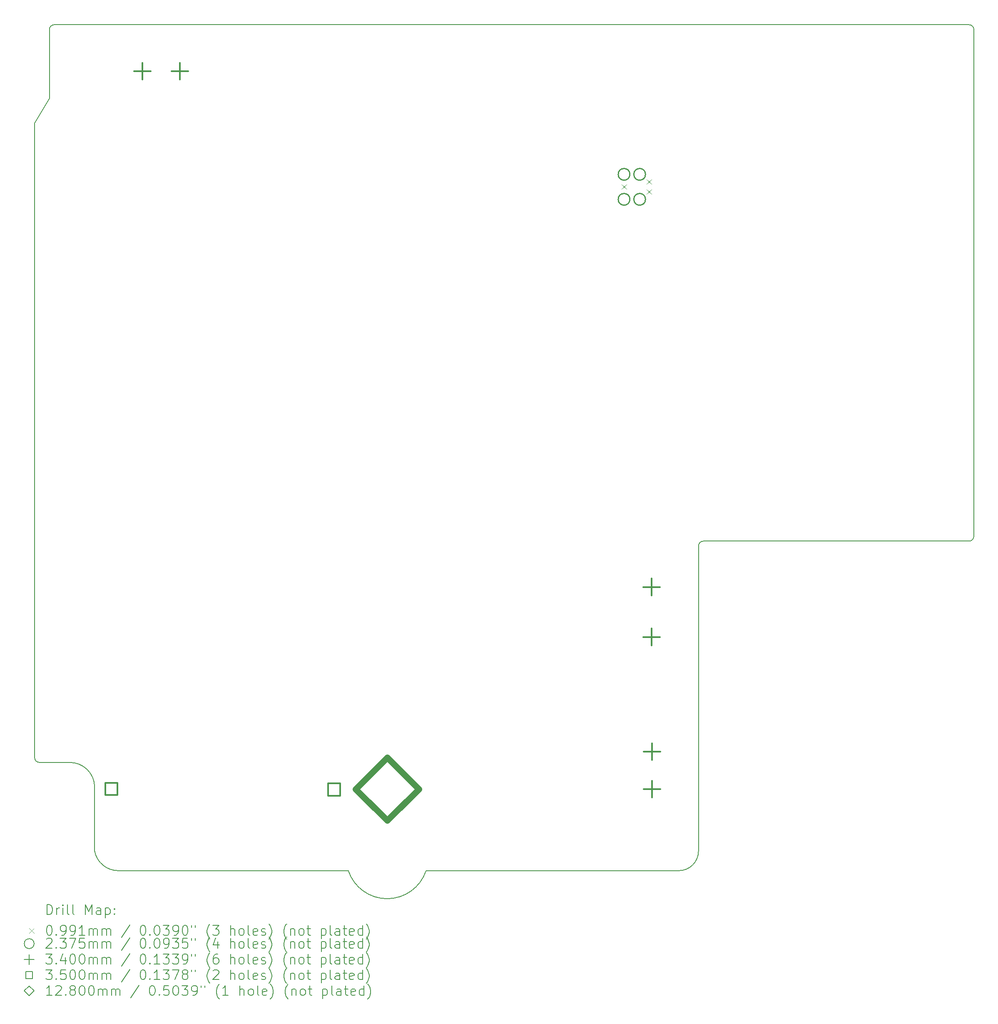
<source format=gbr>
%TF.GenerationSoftware,KiCad,Pcbnew,8.0.3*%
%TF.CreationDate,2024-08-06T18:59:45+01:00*%
%TF.ProjectId,Tesla Small Drive,5465736c-6120-4536-9d61-6c6c20447269,rev?*%
%TF.SameCoordinates,Original*%
%TF.FileFunction,Drillmap*%
%TF.FilePolarity,Positive*%
%FSLAX45Y45*%
G04 Gerber Fmt 4.5, Leading zero omitted, Abs format (unit mm)*
G04 Created by KiCad (PCBNEW 8.0.3) date 2024-08-06 18:59:45*
%MOMM*%
%LPD*%
G01*
G04 APERTURE LIST*
%ADD10C,0.200000*%
%ADD11C,0.100000*%
%ADD12C,0.237490*%
%ADD13C,0.340000*%
%ADD14C,0.350000*%
%ADD15C,1.280000*%
G04 APERTURE END LIST*
D10*
X5520000Y-17900000D02*
X5520000Y-19200000D01*
X4600000Y-2500000D02*
G75*
G02*
X4700000Y-2400000I100000J0D01*
G01*
X17800000Y-19200000D02*
G75*
G02*
X17400000Y-19600000I-400000J0D01*
G01*
X12260346Y-19600404D02*
X17400000Y-19599956D01*
X4300000Y-17299040D02*
X4300000Y-4400000D01*
X23400000Y-12800000D02*
G75*
G02*
X23300000Y-12900000I-100000J0D01*
G01*
X4399995Y-17400354D02*
X5014986Y-17399990D01*
X12260346Y-19600404D02*
G75*
G02*
X10679457Y-19600677I-790490J263726D01*
G01*
X4399995Y-17400354D02*
G75*
G02*
X4299393Y-17299040I715J101314D01*
G01*
X23300000Y-2400000D02*
G75*
G02*
X23400000Y-2500000I0J-100000D01*
G01*
X23300000Y-2400000D02*
X4700000Y-2400000D01*
X6000000Y-19599562D02*
G75*
G02*
X5520004Y-19199999I0J488092D01*
G01*
X17900000Y-12900000D02*
X23300000Y-12900000D01*
X4600000Y-3900000D02*
X4300000Y-4400000D01*
X23400000Y-12800000D02*
X23400000Y-2500000D01*
X5014986Y-17399990D02*
G75*
G02*
X5520005Y-17900000I3934J-501071D01*
G01*
X4600000Y-2500000D02*
X4600000Y-3900000D01*
X17800000Y-13000000D02*
G75*
G02*
X17900000Y-12900000I100000J0D01*
G01*
X6000000Y-19600000D02*
X10679457Y-19600677D01*
X17800000Y-19200000D02*
X17800000Y-13000000D01*
D11*
X16236470Y-5646970D02*
X16335530Y-5746030D01*
X16335530Y-5646970D02*
X16236470Y-5746030D01*
X16744470Y-5545370D02*
X16843530Y-5644430D01*
X16843530Y-5545370D02*
X16744470Y-5644430D01*
X16744470Y-5748570D02*
X16843530Y-5847630D01*
X16843530Y-5748570D02*
X16744470Y-5847630D01*
D12*
X16404745Y-5442500D02*
G75*
G02*
X16167255Y-5442500I-118745J0D01*
G01*
X16167255Y-5442500D02*
G75*
G02*
X16404745Y-5442500I118745J0D01*
G01*
X16404745Y-5950500D02*
G75*
G02*
X16167255Y-5950500I-118745J0D01*
G01*
X16167255Y-5950500D02*
G75*
G02*
X16404745Y-5950500I118745J0D01*
G01*
X16722245Y-5442500D02*
G75*
G02*
X16484755Y-5442500I-118745J0D01*
G01*
X16484755Y-5442500D02*
G75*
G02*
X16722245Y-5442500I118745J0D01*
G01*
X16722245Y-5950500D02*
G75*
G02*
X16484755Y-5950500I-118745J0D01*
G01*
X16484755Y-5950500D02*
G75*
G02*
X16722245Y-5950500I118745J0D01*
G01*
D13*
X6489000Y-3178400D02*
X6489000Y-3518400D01*
X6319000Y-3348400D02*
X6659000Y-3348400D01*
X7251000Y-3178400D02*
X7251000Y-3518400D01*
X7081000Y-3348400D02*
X7421000Y-3348400D01*
X16844220Y-14678000D02*
X16844220Y-15018000D01*
X16674220Y-14848000D02*
X17014220Y-14848000D01*
X16849220Y-13662000D02*
X16849220Y-14002000D01*
X16679220Y-13832000D02*
X17019220Y-13832000D01*
X16851600Y-17009000D02*
X16851600Y-17349000D01*
X16681600Y-17179000D02*
X17021600Y-17179000D01*
X16851600Y-17771000D02*
X16851600Y-18111000D01*
X16681600Y-17941000D02*
X17021600Y-17941000D01*
D14*
X5983745Y-18063745D02*
X5983745Y-17816255D01*
X5736255Y-17816255D01*
X5736255Y-18063745D01*
X5983745Y-18063745D01*
X10513745Y-18073745D02*
X10513745Y-17826255D01*
X10266255Y-17826255D01*
X10266255Y-18073745D01*
X10513745Y-18073745D01*
D15*
X11470000Y-18580000D02*
X12110000Y-17940000D01*
X11470000Y-17300000D01*
X10830000Y-17940000D01*
X11470000Y-18580000D01*
D10*
X4550171Y-20491484D02*
X4550171Y-20291484D01*
X4550171Y-20291484D02*
X4597790Y-20291484D01*
X4597790Y-20291484D02*
X4626362Y-20301008D01*
X4626362Y-20301008D02*
X4645409Y-20320056D01*
X4645409Y-20320056D02*
X4654933Y-20339103D01*
X4654933Y-20339103D02*
X4664457Y-20377198D01*
X4664457Y-20377198D02*
X4664457Y-20405770D01*
X4664457Y-20405770D02*
X4654933Y-20443865D01*
X4654933Y-20443865D02*
X4645409Y-20462913D01*
X4645409Y-20462913D02*
X4626362Y-20481960D01*
X4626362Y-20481960D02*
X4597790Y-20491484D01*
X4597790Y-20491484D02*
X4550171Y-20491484D01*
X4750171Y-20491484D02*
X4750171Y-20358151D01*
X4750171Y-20396246D02*
X4759695Y-20377198D01*
X4759695Y-20377198D02*
X4769219Y-20367675D01*
X4769219Y-20367675D02*
X4788266Y-20358151D01*
X4788266Y-20358151D02*
X4807314Y-20358151D01*
X4873981Y-20491484D02*
X4873981Y-20358151D01*
X4873981Y-20291484D02*
X4864457Y-20301008D01*
X4864457Y-20301008D02*
X4873981Y-20310532D01*
X4873981Y-20310532D02*
X4883504Y-20301008D01*
X4883504Y-20301008D02*
X4873981Y-20291484D01*
X4873981Y-20291484D02*
X4873981Y-20310532D01*
X4997790Y-20491484D02*
X4978743Y-20481960D01*
X4978743Y-20481960D02*
X4969219Y-20462913D01*
X4969219Y-20462913D02*
X4969219Y-20291484D01*
X5102552Y-20491484D02*
X5083504Y-20481960D01*
X5083504Y-20481960D02*
X5073981Y-20462913D01*
X5073981Y-20462913D02*
X5073981Y-20291484D01*
X5331124Y-20491484D02*
X5331124Y-20291484D01*
X5331124Y-20291484D02*
X5397790Y-20434341D01*
X5397790Y-20434341D02*
X5464457Y-20291484D01*
X5464457Y-20291484D02*
X5464457Y-20491484D01*
X5645409Y-20491484D02*
X5645409Y-20386722D01*
X5645409Y-20386722D02*
X5635885Y-20367675D01*
X5635885Y-20367675D02*
X5616838Y-20358151D01*
X5616838Y-20358151D02*
X5578743Y-20358151D01*
X5578743Y-20358151D02*
X5559695Y-20367675D01*
X5645409Y-20481960D02*
X5626362Y-20491484D01*
X5626362Y-20491484D02*
X5578743Y-20491484D01*
X5578743Y-20491484D02*
X5559695Y-20481960D01*
X5559695Y-20481960D02*
X5550171Y-20462913D01*
X5550171Y-20462913D02*
X5550171Y-20443865D01*
X5550171Y-20443865D02*
X5559695Y-20424818D01*
X5559695Y-20424818D02*
X5578743Y-20415294D01*
X5578743Y-20415294D02*
X5626362Y-20415294D01*
X5626362Y-20415294D02*
X5645409Y-20405770D01*
X5740647Y-20358151D02*
X5740647Y-20558151D01*
X5740647Y-20367675D02*
X5759695Y-20358151D01*
X5759695Y-20358151D02*
X5797790Y-20358151D01*
X5797790Y-20358151D02*
X5816838Y-20367675D01*
X5816838Y-20367675D02*
X5826362Y-20377198D01*
X5826362Y-20377198D02*
X5835885Y-20396246D01*
X5835885Y-20396246D02*
X5835885Y-20453389D01*
X5835885Y-20453389D02*
X5826362Y-20472437D01*
X5826362Y-20472437D02*
X5816838Y-20481960D01*
X5816838Y-20481960D02*
X5797790Y-20491484D01*
X5797790Y-20491484D02*
X5759695Y-20491484D01*
X5759695Y-20491484D02*
X5740647Y-20481960D01*
X5921600Y-20472437D02*
X5931123Y-20481960D01*
X5931123Y-20481960D02*
X5921600Y-20491484D01*
X5921600Y-20491484D02*
X5912076Y-20481960D01*
X5912076Y-20481960D02*
X5921600Y-20472437D01*
X5921600Y-20472437D02*
X5921600Y-20491484D01*
X5921600Y-20367675D02*
X5931123Y-20377198D01*
X5931123Y-20377198D02*
X5921600Y-20386722D01*
X5921600Y-20386722D02*
X5912076Y-20377198D01*
X5912076Y-20377198D02*
X5921600Y-20367675D01*
X5921600Y-20367675D02*
X5921600Y-20386722D01*
D11*
X4190334Y-20770470D02*
X4289394Y-20869530D01*
X4289394Y-20770470D02*
X4190334Y-20869530D01*
D10*
X4588266Y-20711484D02*
X4607314Y-20711484D01*
X4607314Y-20711484D02*
X4626362Y-20721008D01*
X4626362Y-20721008D02*
X4635885Y-20730532D01*
X4635885Y-20730532D02*
X4645409Y-20749579D01*
X4645409Y-20749579D02*
X4654933Y-20787675D01*
X4654933Y-20787675D02*
X4654933Y-20835294D01*
X4654933Y-20835294D02*
X4645409Y-20873389D01*
X4645409Y-20873389D02*
X4635885Y-20892437D01*
X4635885Y-20892437D02*
X4626362Y-20901960D01*
X4626362Y-20901960D02*
X4607314Y-20911484D01*
X4607314Y-20911484D02*
X4588266Y-20911484D01*
X4588266Y-20911484D02*
X4569219Y-20901960D01*
X4569219Y-20901960D02*
X4559695Y-20892437D01*
X4559695Y-20892437D02*
X4550171Y-20873389D01*
X4550171Y-20873389D02*
X4540647Y-20835294D01*
X4540647Y-20835294D02*
X4540647Y-20787675D01*
X4540647Y-20787675D02*
X4550171Y-20749579D01*
X4550171Y-20749579D02*
X4559695Y-20730532D01*
X4559695Y-20730532D02*
X4569219Y-20721008D01*
X4569219Y-20721008D02*
X4588266Y-20711484D01*
X4740647Y-20892437D02*
X4750171Y-20901960D01*
X4750171Y-20901960D02*
X4740647Y-20911484D01*
X4740647Y-20911484D02*
X4731124Y-20901960D01*
X4731124Y-20901960D02*
X4740647Y-20892437D01*
X4740647Y-20892437D02*
X4740647Y-20911484D01*
X4845409Y-20911484D02*
X4883504Y-20911484D01*
X4883504Y-20911484D02*
X4902552Y-20901960D01*
X4902552Y-20901960D02*
X4912076Y-20892437D01*
X4912076Y-20892437D02*
X4931124Y-20863865D01*
X4931124Y-20863865D02*
X4940647Y-20825770D01*
X4940647Y-20825770D02*
X4940647Y-20749579D01*
X4940647Y-20749579D02*
X4931124Y-20730532D01*
X4931124Y-20730532D02*
X4921600Y-20721008D01*
X4921600Y-20721008D02*
X4902552Y-20711484D01*
X4902552Y-20711484D02*
X4864457Y-20711484D01*
X4864457Y-20711484D02*
X4845409Y-20721008D01*
X4845409Y-20721008D02*
X4835885Y-20730532D01*
X4835885Y-20730532D02*
X4826362Y-20749579D01*
X4826362Y-20749579D02*
X4826362Y-20797198D01*
X4826362Y-20797198D02*
X4835885Y-20816246D01*
X4835885Y-20816246D02*
X4845409Y-20825770D01*
X4845409Y-20825770D02*
X4864457Y-20835294D01*
X4864457Y-20835294D02*
X4902552Y-20835294D01*
X4902552Y-20835294D02*
X4921600Y-20825770D01*
X4921600Y-20825770D02*
X4931124Y-20816246D01*
X4931124Y-20816246D02*
X4940647Y-20797198D01*
X5035885Y-20911484D02*
X5073981Y-20911484D01*
X5073981Y-20911484D02*
X5093028Y-20901960D01*
X5093028Y-20901960D02*
X5102552Y-20892437D01*
X5102552Y-20892437D02*
X5121600Y-20863865D01*
X5121600Y-20863865D02*
X5131124Y-20825770D01*
X5131124Y-20825770D02*
X5131124Y-20749579D01*
X5131124Y-20749579D02*
X5121600Y-20730532D01*
X5121600Y-20730532D02*
X5112076Y-20721008D01*
X5112076Y-20721008D02*
X5093028Y-20711484D01*
X5093028Y-20711484D02*
X5054933Y-20711484D01*
X5054933Y-20711484D02*
X5035885Y-20721008D01*
X5035885Y-20721008D02*
X5026362Y-20730532D01*
X5026362Y-20730532D02*
X5016838Y-20749579D01*
X5016838Y-20749579D02*
X5016838Y-20797198D01*
X5016838Y-20797198D02*
X5026362Y-20816246D01*
X5026362Y-20816246D02*
X5035885Y-20825770D01*
X5035885Y-20825770D02*
X5054933Y-20835294D01*
X5054933Y-20835294D02*
X5093028Y-20835294D01*
X5093028Y-20835294D02*
X5112076Y-20825770D01*
X5112076Y-20825770D02*
X5121600Y-20816246D01*
X5121600Y-20816246D02*
X5131124Y-20797198D01*
X5321600Y-20911484D02*
X5207314Y-20911484D01*
X5264457Y-20911484D02*
X5264457Y-20711484D01*
X5264457Y-20711484D02*
X5245409Y-20740056D01*
X5245409Y-20740056D02*
X5226362Y-20759103D01*
X5226362Y-20759103D02*
X5207314Y-20768627D01*
X5407314Y-20911484D02*
X5407314Y-20778151D01*
X5407314Y-20797198D02*
X5416838Y-20787675D01*
X5416838Y-20787675D02*
X5435885Y-20778151D01*
X5435885Y-20778151D02*
X5464457Y-20778151D01*
X5464457Y-20778151D02*
X5483505Y-20787675D01*
X5483505Y-20787675D02*
X5493028Y-20806722D01*
X5493028Y-20806722D02*
X5493028Y-20911484D01*
X5493028Y-20806722D02*
X5502552Y-20787675D01*
X5502552Y-20787675D02*
X5521600Y-20778151D01*
X5521600Y-20778151D02*
X5550171Y-20778151D01*
X5550171Y-20778151D02*
X5569219Y-20787675D01*
X5569219Y-20787675D02*
X5578743Y-20806722D01*
X5578743Y-20806722D02*
X5578743Y-20911484D01*
X5673981Y-20911484D02*
X5673981Y-20778151D01*
X5673981Y-20797198D02*
X5683504Y-20787675D01*
X5683504Y-20787675D02*
X5702552Y-20778151D01*
X5702552Y-20778151D02*
X5731124Y-20778151D01*
X5731124Y-20778151D02*
X5750171Y-20787675D01*
X5750171Y-20787675D02*
X5759695Y-20806722D01*
X5759695Y-20806722D02*
X5759695Y-20911484D01*
X5759695Y-20806722D02*
X5769219Y-20787675D01*
X5769219Y-20787675D02*
X5788266Y-20778151D01*
X5788266Y-20778151D02*
X5816838Y-20778151D01*
X5816838Y-20778151D02*
X5835885Y-20787675D01*
X5835885Y-20787675D02*
X5845409Y-20806722D01*
X5845409Y-20806722D02*
X5845409Y-20911484D01*
X6235885Y-20701960D02*
X6064457Y-20959103D01*
X6493028Y-20711484D02*
X6512076Y-20711484D01*
X6512076Y-20711484D02*
X6531124Y-20721008D01*
X6531124Y-20721008D02*
X6540647Y-20730532D01*
X6540647Y-20730532D02*
X6550171Y-20749579D01*
X6550171Y-20749579D02*
X6559695Y-20787675D01*
X6559695Y-20787675D02*
X6559695Y-20835294D01*
X6559695Y-20835294D02*
X6550171Y-20873389D01*
X6550171Y-20873389D02*
X6540647Y-20892437D01*
X6540647Y-20892437D02*
X6531124Y-20901960D01*
X6531124Y-20901960D02*
X6512076Y-20911484D01*
X6512076Y-20911484D02*
X6493028Y-20911484D01*
X6493028Y-20911484D02*
X6473981Y-20901960D01*
X6473981Y-20901960D02*
X6464457Y-20892437D01*
X6464457Y-20892437D02*
X6454933Y-20873389D01*
X6454933Y-20873389D02*
X6445409Y-20835294D01*
X6445409Y-20835294D02*
X6445409Y-20787675D01*
X6445409Y-20787675D02*
X6454933Y-20749579D01*
X6454933Y-20749579D02*
X6464457Y-20730532D01*
X6464457Y-20730532D02*
X6473981Y-20721008D01*
X6473981Y-20721008D02*
X6493028Y-20711484D01*
X6645409Y-20892437D02*
X6654933Y-20901960D01*
X6654933Y-20901960D02*
X6645409Y-20911484D01*
X6645409Y-20911484D02*
X6635886Y-20901960D01*
X6635886Y-20901960D02*
X6645409Y-20892437D01*
X6645409Y-20892437D02*
X6645409Y-20911484D01*
X6778743Y-20711484D02*
X6797790Y-20711484D01*
X6797790Y-20711484D02*
X6816838Y-20721008D01*
X6816838Y-20721008D02*
X6826362Y-20730532D01*
X6826362Y-20730532D02*
X6835886Y-20749579D01*
X6835886Y-20749579D02*
X6845409Y-20787675D01*
X6845409Y-20787675D02*
X6845409Y-20835294D01*
X6845409Y-20835294D02*
X6835886Y-20873389D01*
X6835886Y-20873389D02*
X6826362Y-20892437D01*
X6826362Y-20892437D02*
X6816838Y-20901960D01*
X6816838Y-20901960D02*
X6797790Y-20911484D01*
X6797790Y-20911484D02*
X6778743Y-20911484D01*
X6778743Y-20911484D02*
X6759695Y-20901960D01*
X6759695Y-20901960D02*
X6750171Y-20892437D01*
X6750171Y-20892437D02*
X6740647Y-20873389D01*
X6740647Y-20873389D02*
X6731124Y-20835294D01*
X6731124Y-20835294D02*
X6731124Y-20787675D01*
X6731124Y-20787675D02*
X6740647Y-20749579D01*
X6740647Y-20749579D02*
X6750171Y-20730532D01*
X6750171Y-20730532D02*
X6759695Y-20721008D01*
X6759695Y-20721008D02*
X6778743Y-20711484D01*
X6912076Y-20711484D02*
X7035886Y-20711484D01*
X7035886Y-20711484D02*
X6969219Y-20787675D01*
X6969219Y-20787675D02*
X6997790Y-20787675D01*
X6997790Y-20787675D02*
X7016838Y-20797198D01*
X7016838Y-20797198D02*
X7026362Y-20806722D01*
X7026362Y-20806722D02*
X7035886Y-20825770D01*
X7035886Y-20825770D02*
X7035886Y-20873389D01*
X7035886Y-20873389D02*
X7026362Y-20892437D01*
X7026362Y-20892437D02*
X7016838Y-20901960D01*
X7016838Y-20901960D02*
X6997790Y-20911484D01*
X6997790Y-20911484D02*
X6940647Y-20911484D01*
X6940647Y-20911484D02*
X6921600Y-20901960D01*
X6921600Y-20901960D02*
X6912076Y-20892437D01*
X7131124Y-20911484D02*
X7169219Y-20911484D01*
X7169219Y-20911484D02*
X7188267Y-20901960D01*
X7188267Y-20901960D02*
X7197790Y-20892437D01*
X7197790Y-20892437D02*
X7216838Y-20863865D01*
X7216838Y-20863865D02*
X7226362Y-20825770D01*
X7226362Y-20825770D02*
X7226362Y-20749579D01*
X7226362Y-20749579D02*
X7216838Y-20730532D01*
X7216838Y-20730532D02*
X7207314Y-20721008D01*
X7207314Y-20721008D02*
X7188267Y-20711484D01*
X7188267Y-20711484D02*
X7150171Y-20711484D01*
X7150171Y-20711484D02*
X7131124Y-20721008D01*
X7131124Y-20721008D02*
X7121600Y-20730532D01*
X7121600Y-20730532D02*
X7112076Y-20749579D01*
X7112076Y-20749579D02*
X7112076Y-20797198D01*
X7112076Y-20797198D02*
X7121600Y-20816246D01*
X7121600Y-20816246D02*
X7131124Y-20825770D01*
X7131124Y-20825770D02*
X7150171Y-20835294D01*
X7150171Y-20835294D02*
X7188267Y-20835294D01*
X7188267Y-20835294D02*
X7207314Y-20825770D01*
X7207314Y-20825770D02*
X7216838Y-20816246D01*
X7216838Y-20816246D02*
X7226362Y-20797198D01*
X7350171Y-20711484D02*
X7369219Y-20711484D01*
X7369219Y-20711484D02*
X7388267Y-20721008D01*
X7388267Y-20721008D02*
X7397790Y-20730532D01*
X7397790Y-20730532D02*
X7407314Y-20749579D01*
X7407314Y-20749579D02*
X7416838Y-20787675D01*
X7416838Y-20787675D02*
X7416838Y-20835294D01*
X7416838Y-20835294D02*
X7407314Y-20873389D01*
X7407314Y-20873389D02*
X7397790Y-20892437D01*
X7397790Y-20892437D02*
X7388267Y-20901960D01*
X7388267Y-20901960D02*
X7369219Y-20911484D01*
X7369219Y-20911484D02*
X7350171Y-20911484D01*
X7350171Y-20911484D02*
X7331124Y-20901960D01*
X7331124Y-20901960D02*
X7321600Y-20892437D01*
X7321600Y-20892437D02*
X7312076Y-20873389D01*
X7312076Y-20873389D02*
X7302552Y-20835294D01*
X7302552Y-20835294D02*
X7302552Y-20787675D01*
X7302552Y-20787675D02*
X7312076Y-20749579D01*
X7312076Y-20749579D02*
X7321600Y-20730532D01*
X7321600Y-20730532D02*
X7331124Y-20721008D01*
X7331124Y-20721008D02*
X7350171Y-20711484D01*
X7493028Y-20711484D02*
X7493028Y-20749579D01*
X7569219Y-20711484D02*
X7569219Y-20749579D01*
X7864457Y-20987675D02*
X7854933Y-20978151D01*
X7854933Y-20978151D02*
X7835886Y-20949579D01*
X7835886Y-20949579D02*
X7826362Y-20930532D01*
X7826362Y-20930532D02*
X7816838Y-20901960D01*
X7816838Y-20901960D02*
X7807314Y-20854341D01*
X7807314Y-20854341D02*
X7807314Y-20816246D01*
X7807314Y-20816246D02*
X7816838Y-20768627D01*
X7816838Y-20768627D02*
X7826362Y-20740056D01*
X7826362Y-20740056D02*
X7835886Y-20721008D01*
X7835886Y-20721008D02*
X7854933Y-20692437D01*
X7854933Y-20692437D02*
X7864457Y-20682913D01*
X7921600Y-20711484D02*
X8045409Y-20711484D01*
X8045409Y-20711484D02*
X7978743Y-20787675D01*
X7978743Y-20787675D02*
X8007314Y-20787675D01*
X8007314Y-20787675D02*
X8026362Y-20797198D01*
X8026362Y-20797198D02*
X8035886Y-20806722D01*
X8035886Y-20806722D02*
X8045409Y-20825770D01*
X8045409Y-20825770D02*
X8045409Y-20873389D01*
X8045409Y-20873389D02*
X8035886Y-20892437D01*
X8035886Y-20892437D02*
X8026362Y-20901960D01*
X8026362Y-20901960D02*
X8007314Y-20911484D01*
X8007314Y-20911484D02*
X7950171Y-20911484D01*
X7950171Y-20911484D02*
X7931124Y-20901960D01*
X7931124Y-20901960D02*
X7921600Y-20892437D01*
X8283505Y-20911484D02*
X8283505Y-20711484D01*
X8369219Y-20911484D02*
X8369219Y-20806722D01*
X8369219Y-20806722D02*
X8359695Y-20787675D01*
X8359695Y-20787675D02*
X8340648Y-20778151D01*
X8340648Y-20778151D02*
X8312076Y-20778151D01*
X8312076Y-20778151D02*
X8293029Y-20787675D01*
X8293029Y-20787675D02*
X8283505Y-20797198D01*
X8493029Y-20911484D02*
X8473981Y-20901960D01*
X8473981Y-20901960D02*
X8464457Y-20892437D01*
X8464457Y-20892437D02*
X8454933Y-20873389D01*
X8454933Y-20873389D02*
X8454933Y-20816246D01*
X8454933Y-20816246D02*
X8464457Y-20797198D01*
X8464457Y-20797198D02*
X8473981Y-20787675D01*
X8473981Y-20787675D02*
X8493029Y-20778151D01*
X8493029Y-20778151D02*
X8521600Y-20778151D01*
X8521600Y-20778151D02*
X8540648Y-20787675D01*
X8540648Y-20787675D02*
X8550172Y-20797198D01*
X8550172Y-20797198D02*
X8559695Y-20816246D01*
X8559695Y-20816246D02*
X8559695Y-20873389D01*
X8559695Y-20873389D02*
X8550172Y-20892437D01*
X8550172Y-20892437D02*
X8540648Y-20901960D01*
X8540648Y-20901960D02*
X8521600Y-20911484D01*
X8521600Y-20911484D02*
X8493029Y-20911484D01*
X8673981Y-20911484D02*
X8654933Y-20901960D01*
X8654933Y-20901960D02*
X8645410Y-20882913D01*
X8645410Y-20882913D02*
X8645410Y-20711484D01*
X8826362Y-20901960D02*
X8807314Y-20911484D01*
X8807314Y-20911484D02*
X8769219Y-20911484D01*
X8769219Y-20911484D02*
X8750172Y-20901960D01*
X8750172Y-20901960D02*
X8740648Y-20882913D01*
X8740648Y-20882913D02*
X8740648Y-20806722D01*
X8740648Y-20806722D02*
X8750172Y-20787675D01*
X8750172Y-20787675D02*
X8769219Y-20778151D01*
X8769219Y-20778151D02*
X8807314Y-20778151D01*
X8807314Y-20778151D02*
X8826362Y-20787675D01*
X8826362Y-20787675D02*
X8835886Y-20806722D01*
X8835886Y-20806722D02*
X8835886Y-20825770D01*
X8835886Y-20825770D02*
X8740648Y-20844818D01*
X8912076Y-20901960D02*
X8931124Y-20911484D01*
X8931124Y-20911484D02*
X8969219Y-20911484D01*
X8969219Y-20911484D02*
X8988267Y-20901960D01*
X8988267Y-20901960D02*
X8997791Y-20882913D01*
X8997791Y-20882913D02*
X8997791Y-20873389D01*
X8997791Y-20873389D02*
X8988267Y-20854341D01*
X8988267Y-20854341D02*
X8969219Y-20844818D01*
X8969219Y-20844818D02*
X8940648Y-20844818D01*
X8940648Y-20844818D02*
X8921600Y-20835294D01*
X8921600Y-20835294D02*
X8912076Y-20816246D01*
X8912076Y-20816246D02*
X8912076Y-20806722D01*
X8912076Y-20806722D02*
X8921600Y-20787675D01*
X8921600Y-20787675D02*
X8940648Y-20778151D01*
X8940648Y-20778151D02*
X8969219Y-20778151D01*
X8969219Y-20778151D02*
X8988267Y-20787675D01*
X9064457Y-20987675D02*
X9073981Y-20978151D01*
X9073981Y-20978151D02*
X9093029Y-20949579D01*
X9093029Y-20949579D02*
X9102553Y-20930532D01*
X9102553Y-20930532D02*
X9112076Y-20901960D01*
X9112076Y-20901960D02*
X9121600Y-20854341D01*
X9121600Y-20854341D02*
X9121600Y-20816246D01*
X9121600Y-20816246D02*
X9112076Y-20768627D01*
X9112076Y-20768627D02*
X9102553Y-20740056D01*
X9102553Y-20740056D02*
X9093029Y-20721008D01*
X9093029Y-20721008D02*
X9073981Y-20692437D01*
X9073981Y-20692437D02*
X9064457Y-20682913D01*
X9426362Y-20987675D02*
X9416838Y-20978151D01*
X9416838Y-20978151D02*
X9397791Y-20949579D01*
X9397791Y-20949579D02*
X9388267Y-20930532D01*
X9388267Y-20930532D02*
X9378743Y-20901960D01*
X9378743Y-20901960D02*
X9369219Y-20854341D01*
X9369219Y-20854341D02*
X9369219Y-20816246D01*
X9369219Y-20816246D02*
X9378743Y-20768627D01*
X9378743Y-20768627D02*
X9388267Y-20740056D01*
X9388267Y-20740056D02*
X9397791Y-20721008D01*
X9397791Y-20721008D02*
X9416838Y-20692437D01*
X9416838Y-20692437D02*
X9426362Y-20682913D01*
X9502553Y-20778151D02*
X9502553Y-20911484D01*
X9502553Y-20797198D02*
X9512076Y-20787675D01*
X9512076Y-20787675D02*
X9531124Y-20778151D01*
X9531124Y-20778151D02*
X9559695Y-20778151D01*
X9559695Y-20778151D02*
X9578743Y-20787675D01*
X9578743Y-20787675D02*
X9588267Y-20806722D01*
X9588267Y-20806722D02*
X9588267Y-20911484D01*
X9712076Y-20911484D02*
X9693029Y-20901960D01*
X9693029Y-20901960D02*
X9683505Y-20892437D01*
X9683505Y-20892437D02*
X9673981Y-20873389D01*
X9673981Y-20873389D02*
X9673981Y-20816246D01*
X9673981Y-20816246D02*
X9683505Y-20797198D01*
X9683505Y-20797198D02*
X9693029Y-20787675D01*
X9693029Y-20787675D02*
X9712076Y-20778151D01*
X9712076Y-20778151D02*
X9740648Y-20778151D01*
X9740648Y-20778151D02*
X9759695Y-20787675D01*
X9759695Y-20787675D02*
X9769219Y-20797198D01*
X9769219Y-20797198D02*
X9778743Y-20816246D01*
X9778743Y-20816246D02*
X9778743Y-20873389D01*
X9778743Y-20873389D02*
X9769219Y-20892437D01*
X9769219Y-20892437D02*
X9759695Y-20901960D01*
X9759695Y-20901960D02*
X9740648Y-20911484D01*
X9740648Y-20911484D02*
X9712076Y-20911484D01*
X9835886Y-20778151D02*
X9912076Y-20778151D01*
X9864457Y-20711484D02*
X9864457Y-20882913D01*
X9864457Y-20882913D02*
X9873981Y-20901960D01*
X9873981Y-20901960D02*
X9893029Y-20911484D01*
X9893029Y-20911484D02*
X9912076Y-20911484D01*
X10131124Y-20778151D02*
X10131124Y-20978151D01*
X10131124Y-20787675D02*
X10150172Y-20778151D01*
X10150172Y-20778151D02*
X10188267Y-20778151D01*
X10188267Y-20778151D02*
X10207315Y-20787675D01*
X10207315Y-20787675D02*
X10216838Y-20797198D01*
X10216838Y-20797198D02*
X10226362Y-20816246D01*
X10226362Y-20816246D02*
X10226362Y-20873389D01*
X10226362Y-20873389D02*
X10216838Y-20892437D01*
X10216838Y-20892437D02*
X10207315Y-20901960D01*
X10207315Y-20901960D02*
X10188267Y-20911484D01*
X10188267Y-20911484D02*
X10150172Y-20911484D01*
X10150172Y-20911484D02*
X10131124Y-20901960D01*
X10340648Y-20911484D02*
X10321600Y-20901960D01*
X10321600Y-20901960D02*
X10312076Y-20882913D01*
X10312076Y-20882913D02*
X10312076Y-20711484D01*
X10502553Y-20911484D02*
X10502553Y-20806722D01*
X10502553Y-20806722D02*
X10493029Y-20787675D01*
X10493029Y-20787675D02*
X10473981Y-20778151D01*
X10473981Y-20778151D02*
X10435886Y-20778151D01*
X10435886Y-20778151D02*
X10416838Y-20787675D01*
X10502553Y-20901960D02*
X10483505Y-20911484D01*
X10483505Y-20911484D02*
X10435886Y-20911484D01*
X10435886Y-20911484D02*
X10416838Y-20901960D01*
X10416838Y-20901960D02*
X10407315Y-20882913D01*
X10407315Y-20882913D02*
X10407315Y-20863865D01*
X10407315Y-20863865D02*
X10416838Y-20844818D01*
X10416838Y-20844818D02*
X10435886Y-20835294D01*
X10435886Y-20835294D02*
X10483505Y-20835294D01*
X10483505Y-20835294D02*
X10502553Y-20825770D01*
X10569219Y-20778151D02*
X10645410Y-20778151D01*
X10597791Y-20711484D02*
X10597791Y-20882913D01*
X10597791Y-20882913D02*
X10607315Y-20901960D01*
X10607315Y-20901960D02*
X10626362Y-20911484D01*
X10626362Y-20911484D02*
X10645410Y-20911484D01*
X10788267Y-20901960D02*
X10769219Y-20911484D01*
X10769219Y-20911484D02*
X10731124Y-20911484D01*
X10731124Y-20911484D02*
X10712076Y-20901960D01*
X10712076Y-20901960D02*
X10702553Y-20882913D01*
X10702553Y-20882913D02*
X10702553Y-20806722D01*
X10702553Y-20806722D02*
X10712076Y-20787675D01*
X10712076Y-20787675D02*
X10731124Y-20778151D01*
X10731124Y-20778151D02*
X10769219Y-20778151D01*
X10769219Y-20778151D02*
X10788267Y-20787675D01*
X10788267Y-20787675D02*
X10797791Y-20806722D01*
X10797791Y-20806722D02*
X10797791Y-20825770D01*
X10797791Y-20825770D02*
X10702553Y-20844818D01*
X10969219Y-20911484D02*
X10969219Y-20711484D01*
X10969219Y-20901960D02*
X10950172Y-20911484D01*
X10950172Y-20911484D02*
X10912076Y-20911484D01*
X10912076Y-20911484D02*
X10893029Y-20901960D01*
X10893029Y-20901960D02*
X10883505Y-20892437D01*
X10883505Y-20892437D02*
X10873981Y-20873389D01*
X10873981Y-20873389D02*
X10873981Y-20816246D01*
X10873981Y-20816246D02*
X10883505Y-20797198D01*
X10883505Y-20797198D02*
X10893029Y-20787675D01*
X10893029Y-20787675D02*
X10912076Y-20778151D01*
X10912076Y-20778151D02*
X10950172Y-20778151D01*
X10950172Y-20778151D02*
X10969219Y-20787675D01*
X11045410Y-20987675D02*
X11054934Y-20978151D01*
X11054934Y-20978151D02*
X11073981Y-20949579D01*
X11073981Y-20949579D02*
X11083505Y-20930532D01*
X11083505Y-20930532D02*
X11093029Y-20901960D01*
X11093029Y-20901960D02*
X11102553Y-20854341D01*
X11102553Y-20854341D02*
X11102553Y-20816246D01*
X11102553Y-20816246D02*
X11093029Y-20768627D01*
X11093029Y-20768627D02*
X11083505Y-20740056D01*
X11083505Y-20740056D02*
X11073981Y-20721008D01*
X11073981Y-20721008D02*
X11054934Y-20692437D01*
X11054934Y-20692437D02*
X11045410Y-20682913D01*
X4289394Y-21084000D02*
G75*
G02*
X4089394Y-21084000I-100000J0D01*
G01*
X4089394Y-21084000D02*
G75*
G02*
X4289394Y-21084000I100000J0D01*
G01*
X4540647Y-20994532D02*
X4550171Y-20985008D01*
X4550171Y-20985008D02*
X4569219Y-20975484D01*
X4569219Y-20975484D02*
X4616838Y-20975484D01*
X4616838Y-20975484D02*
X4635885Y-20985008D01*
X4635885Y-20985008D02*
X4645409Y-20994532D01*
X4645409Y-20994532D02*
X4654933Y-21013579D01*
X4654933Y-21013579D02*
X4654933Y-21032627D01*
X4654933Y-21032627D02*
X4645409Y-21061198D01*
X4645409Y-21061198D02*
X4531124Y-21175484D01*
X4531124Y-21175484D02*
X4654933Y-21175484D01*
X4740647Y-21156437D02*
X4750171Y-21165960D01*
X4750171Y-21165960D02*
X4740647Y-21175484D01*
X4740647Y-21175484D02*
X4731124Y-21165960D01*
X4731124Y-21165960D02*
X4740647Y-21156437D01*
X4740647Y-21156437D02*
X4740647Y-21175484D01*
X4816838Y-20975484D02*
X4940647Y-20975484D01*
X4940647Y-20975484D02*
X4873981Y-21051675D01*
X4873981Y-21051675D02*
X4902552Y-21051675D01*
X4902552Y-21051675D02*
X4921600Y-21061198D01*
X4921600Y-21061198D02*
X4931124Y-21070722D01*
X4931124Y-21070722D02*
X4940647Y-21089770D01*
X4940647Y-21089770D02*
X4940647Y-21137389D01*
X4940647Y-21137389D02*
X4931124Y-21156437D01*
X4931124Y-21156437D02*
X4921600Y-21165960D01*
X4921600Y-21165960D02*
X4902552Y-21175484D01*
X4902552Y-21175484D02*
X4845409Y-21175484D01*
X4845409Y-21175484D02*
X4826362Y-21165960D01*
X4826362Y-21165960D02*
X4816838Y-21156437D01*
X5007314Y-20975484D02*
X5140647Y-20975484D01*
X5140647Y-20975484D02*
X5054933Y-21175484D01*
X5312076Y-20975484D02*
X5216838Y-20975484D01*
X5216838Y-20975484D02*
X5207314Y-21070722D01*
X5207314Y-21070722D02*
X5216838Y-21061198D01*
X5216838Y-21061198D02*
X5235885Y-21051675D01*
X5235885Y-21051675D02*
X5283505Y-21051675D01*
X5283505Y-21051675D02*
X5302552Y-21061198D01*
X5302552Y-21061198D02*
X5312076Y-21070722D01*
X5312076Y-21070722D02*
X5321600Y-21089770D01*
X5321600Y-21089770D02*
X5321600Y-21137389D01*
X5321600Y-21137389D02*
X5312076Y-21156437D01*
X5312076Y-21156437D02*
X5302552Y-21165960D01*
X5302552Y-21165960D02*
X5283505Y-21175484D01*
X5283505Y-21175484D02*
X5235885Y-21175484D01*
X5235885Y-21175484D02*
X5216838Y-21165960D01*
X5216838Y-21165960D02*
X5207314Y-21156437D01*
X5407314Y-21175484D02*
X5407314Y-21042151D01*
X5407314Y-21061198D02*
X5416838Y-21051675D01*
X5416838Y-21051675D02*
X5435885Y-21042151D01*
X5435885Y-21042151D02*
X5464457Y-21042151D01*
X5464457Y-21042151D02*
X5483505Y-21051675D01*
X5483505Y-21051675D02*
X5493028Y-21070722D01*
X5493028Y-21070722D02*
X5493028Y-21175484D01*
X5493028Y-21070722D02*
X5502552Y-21051675D01*
X5502552Y-21051675D02*
X5521600Y-21042151D01*
X5521600Y-21042151D02*
X5550171Y-21042151D01*
X5550171Y-21042151D02*
X5569219Y-21051675D01*
X5569219Y-21051675D02*
X5578743Y-21070722D01*
X5578743Y-21070722D02*
X5578743Y-21175484D01*
X5673981Y-21175484D02*
X5673981Y-21042151D01*
X5673981Y-21061198D02*
X5683504Y-21051675D01*
X5683504Y-21051675D02*
X5702552Y-21042151D01*
X5702552Y-21042151D02*
X5731124Y-21042151D01*
X5731124Y-21042151D02*
X5750171Y-21051675D01*
X5750171Y-21051675D02*
X5759695Y-21070722D01*
X5759695Y-21070722D02*
X5759695Y-21175484D01*
X5759695Y-21070722D02*
X5769219Y-21051675D01*
X5769219Y-21051675D02*
X5788266Y-21042151D01*
X5788266Y-21042151D02*
X5816838Y-21042151D01*
X5816838Y-21042151D02*
X5835885Y-21051675D01*
X5835885Y-21051675D02*
X5845409Y-21070722D01*
X5845409Y-21070722D02*
X5845409Y-21175484D01*
X6235885Y-20965960D02*
X6064457Y-21223103D01*
X6493028Y-20975484D02*
X6512076Y-20975484D01*
X6512076Y-20975484D02*
X6531124Y-20985008D01*
X6531124Y-20985008D02*
X6540647Y-20994532D01*
X6540647Y-20994532D02*
X6550171Y-21013579D01*
X6550171Y-21013579D02*
X6559695Y-21051675D01*
X6559695Y-21051675D02*
X6559695Y-21099294D01*
X6559695Y-21099294D02*
X6550171Y-21137389D01*
X6550171Y-21137389D02*
X6540647Y-21156437D01*
X6540647Y-21156437D02*
X6531124Y-21165960D01*
X6531124Y-21165960D02*
X6512076Y-21175484D01*
X6512076Y-21175484D02*
X6493028Y-21175484D01*
X6493028Y-21175484D02*
X6473981Y-21165960D01*
X6473981Y-21165960D02*
X6464457Y-21156437D01*
X6464457Y-21156437D02*
X6454933Y-21137389D01*
X6454933Y-21137389D02*
X6445409Y-21099294D01*
X6445409Y-21099294D02*
X6445409Y-21051675D01*
X6445409Y-21051675D02*
X6454933Y-21013579D01*
X6454933Y-21013579D02*
X6464457Y-20994532D01*
X6464457Y-20994532D02*
X6473981Y-20985008D01*
X6473981Y-20985008D02*
X6493028Y-20975484D01*
X6645409Y-21156437D02*
X6654933Y-21165960D01*
X6654933Y-21165960D02*
X6645409Y-21175484D01*
X6645409Y-21175484D02*
X6635886Y-21165960D01*
X6635886Y-21165960D02*
X6645409Y-21156437D01*
X6645409Y-21156437D02*
X6645409Y-21175484D01*
X6778743Y-20975484D02*
X6797790Y-20975484D01*
X6797790Y-20975484D02*
X6816838Y-20985008D01*
X6816838Y-20985008D02*
X6826362Y-20994532D01*
X6826362Y-20994532D02*
X6835886Y-21013579D01*
X6835886Y-21013579D02*
X6845409Y-21051675D01*
X6845409Y-21051675D02*
X6845409Y-21099294D01*
X6845409Y-21099294D02*
X6835886Y-21137389D01*
X6835886Y-21137389D02*
X6826362Y-21156437D01*
X6826362Y-21156437D02*
X6816838Y-21165960D01*
X6816838Y-21165960D02*
X6797790Y-21175484D01*
X6797790Y-21175484D02*
X6778743Y-21175484D01*
X6778743Y-21175484D02*
X6759695Y-21165960D01*
X6759695Y-21165960D02*
X6750171Y-21156437D01*
X6750171Y-21156437D02*
X6740647Y-21137389D01*
X6740647Y-21137389D02*
X6731124Y-21099294D01*
X6731124Y-21099294D02*
X6731124Y-21051675D01*
X6731124Y-21051675D02*
X6740647Y-21013579D01*
X6740647Y-21013579D02*
X6750171Y-20994532D01*
X6750171Y-20994532D02*
X6759695Y-20985008D01*
X6759695Y-20985008D02*
X6778743Y-20975484D01*
X6940647Y-21175484D02*
X6978743Y-21175484D01*
X6978743Y-21175484D02*
X6997790Y-21165960D01*
X6997790Y-21165960D02*
X7007314Y-21156437D01*
X7007314Y-21156437D02*
X7026362Y-21127865D01*
X7026362Y-21127865D02*
X7035886Y-21089770D01*
X7035886Y-21089770D02*
X7035886Y-21013579D01*
X7035886Y-21013579D02*
X7026362Y-20994532D01*
X7026362Y-20994532D02*
X7016838Y-20985008D01*
X7016838Y-20985008D02*
X6997790Y-20975484D01*
X6997790Y-20975484D02*
X6959695Y-20975484D01*
X6959695Y-20975484D02*
X6940647Y-20985008D01*
X6940647Y-20985008D02*
X6931124Y-20994532D01*
X6931124Y-20994532D02*
X6921600Y-21013579D01*
X6921600Y-21013579D02*
X6921600Y-21061198D01*
X6921600Y-21061198D02*
X6931124Y-21080246D01*
X6931124Y-21080246D02*
X6940647Y-21089770D01*
X6940647Y-21089770D02*
X6959695Y-21099294D01*
X6959695Y-21099294D02*
X6997790Y-21099294D01*
X6997790Y-21099294D02*
X7016838Y-21089770D01*
X7016838Y-21089770D02*
X7026362Y-21080246D01*
X7026362Y-21080246D02*
X7035886Y-21061198D01*
X7102552Y-20975484D02*
X7226362Y-20975484D01*
X7226362Y-20975484D02*
X7159695Y-21051675D01*
X7159695Y-21051675D02*
X7188267Y-21051675D01*
X7188267Y-21051675D02*
X7207314Y-21061198D01*
X7207314Y-21061198D02*
X7216838Y-21070722D01*
X7216838Y-21070722D02*
X7226362Y-21089770D01*
X7226362Y-21089770D02*
X7226362Y-21137389D01*
X7226362Y-21137389D02*
X7216838Y-21156437D01*
X7216838Y-21156437D02*
X7207314Y-21165960D01*
X7207314Y-21165960D02*
X7188267Y-21175484D01*
X7188267Y-21175484D02*
X7131124Y-21175484D01*
X7131124Y-21175484D02*
X7112076Y-21165960D01*
X7112076Y-21165960D02*
X7102552Y-21156437D01*
X7407314Y-20975484D02*
X7312076Y-20975484D01*
X7312076Y-20975484D02*
X7302552Y-21070722D01*
X7302552Y-21070722D02*
X7312076Y-21061198D01*
X7312076Y-21061198D02*
X7331124Y-21051675D01*
X7331124Y-21051675D02*
X7378743Y-21051675D01*
X7378743Y-21051675D02*
X7397790Y-21061198D01*
X7397790Y-21061198D02*
X7407314Y-21070722D01*
X7407314Y-21070722D02*
X7416838Y-21089770D01*
X7416838Y-21089770D02*
X7416838Y-21137389D01*
X7416838Y-21137389D02*
X7407314Y-21156437D01*
X7407314Y-21156437D02*
X7397790Y-21165960D01*
X7397790Y-21165960D02*
X7378743Y-21175484D01*
X7378743Y-21175484D02*
X7331124Y-21175484D01*
X7331124Y-21175484D02*
X7312076Y-21165960D01*
X7312076Y-21165960D02*
X7302552Y-21156437D01*
X7493028Y-20975484D02*
X7493028Y-21013579D01*
X7569219Y-20975484D02*
X7569219Y-21013579D01*
X7864457Y-21251675D02*
X7854933Y-21242151D01*
X7854933Y-21242151D02*
X7835886Y-21213579D01*
X7835886Y-21213579D02*
X7826362Y-21194532D01*
X7826362Y-21194532D02*
X7816838Y-21165960D01*
X7816838Y-21165960D02*
X7807314Y-21118341D01*
X7807314Y-21118341D02*
X7807314Y-21080246D01*
X7807314Y-21080246D02*
X7816838Y-21032627D01*
X7816838Y-21032627D02*
X7826362Y-21004056D01*
X7826362Y-21004056D02*
X7835886Y-20985008D01*
X7835886Y-20985008D02*
X7854933Y-20956437D01*
X7854933Y-20956437D02*
X7864457Y-20946913D01*
X8026362Y-21042151D02*
X8026362Y-21175484D01*
X7978743Y-20965960D02*
X7931124Y-21108818D01*
X7931124Y-21108818D02*
X8054933Y-21108818D01*
X8283505Y-21175484D02*
X8283505Y-20975484D01*
X8369219Y-21175484D02*
X8369219Y-21070722D01*
X8369219Y-21070722D02*
X8359695Y-21051675D01*
X8359695Y-21051675D02*
X8340648Y-21042151D01*
X8340648Y-21042151D02*
X8312076Y-21042151D01*
X8312076Y-21042151D02*
X8293029Y-21051675D01*
X8293029Y-21051675D02*
X8283505Y-21061198D01*
X8493029Y-21175484D02*
X8473981Y-21165960D01*
X8473981Y-21165960D02*
X8464457Y-21156437D01*
X8464457Y-21156437D02*
X8454933Y-21137389D01*
X8454933Y-21137389D02*
X8454933Y-21080246D01*
X8454933Y-21080246D02*
X8464457Y-21061198D01*
X8464457Y-21061198D02*
X8473981Y-21051675D01*
X8473981Y-21051675D02*
X8493029Y-21042151D01*
X8493029Y-21042151D02*
X8521600Y-21042151D01*
X8521600Y-21042151D02*
X8540648Y-21051675D01*
X8540648Y-21051675D02*
X8550172Y-21061198D01*
X8550172Y-21061198D02*
X8559695Y-21080246D01*
X8559695Y-21080246D02*
X8559695Y-21137389D01*
X8559695Y-21137389D02*
X8550172Y-21156437D01*
X8550172Y-21156437D02*
X8540648Y-21165960D01*
X8540648Y-21165960D02*
X8521600Y-21175484D01*
X8521600Y-21175484D02*
X8493029Y-21175484D01*
X8673981Y-21175484D02*
X8654933Y-21165960D01*
X8654933Y-21165960D02*
X8645410Y-21146913D01*
X8645410Y-21146913D02*
X8645410Y-20975484D01*
X8826362Y-21165960D02*
X8807314Y-21175484D01*
X8807314Y-21175484D02*
X8769219Y-21175484D01*
X8769219Y-21175484D02*
X8750172Y-21165960D01*
X8750172Y-21165960D02*
X8740648Y-21146913D01*
X8740648Y-21146913D02*
X8740648Y-21070722D01*
X8740648Y-21070722D02*
X8750172Y-21051675D01*
X8750172Y-21051675D02*
X8769219Y-21042151D01*
X8769219Y-21042151D02*
X8807314Y-21042151D01*
X8807314Y-21042151D02*
X8826362Y-21051675D01*
X8826362Y-21051675D02*
X8835886Y-21070722D01*
X8835886Y-21070722D02*
X8835886Y-21089770D01*
X8835886Y-21089770D02*
X8740648Y-21108818D01*
X8912076Y-21165960D02*
X8931124Y-21175484D01*
X8931124Y-21175484D02*
X8969219Y-21175484D01*
X8969219Y-21175484D02*
X8988267Y-21165960D01*
X8988267Y-21165960D02*
X8997791Y-21146913D01*
X8997791Y-21146913D02*
X8997791Y-21137389D01*
X8997791Y-21137389D02*
X8988267Y-21118341D01*
X8988267Y-21118341D02*
X8969219Y-21108818D01*
X8969219Y-21108818D02*
X8940648Y-21108818D01*
X8940648Y-21108818D02*
X8921600Y-21099294D01*
X8921600Y-21099294D02*
X8912076Y-21080246D01*
X8912076Y-21080246D02*
X8912076Y-21070722D01*
X8912076Y-21070722D02*
X8921600Y-21051675D01*
X8921600Y-21051675D02*
X8940648Y-21042151D01*
X8940648Y-21042151D02*
X8969219Y-21042151D01*
X8969219Y-21042151D02*
X8988267Y-21051675D01*
X9064457Y-21251675D02*
X9073981Y-21242151D01*
X9073981Y-21242151D02*
X9093029Y-21213579D01*
X9093029Y-21213579D02*
X9102553Y-21194532D01*
X9102553Y-21194532D02*
X9112076Y-21165960D01*
X9112076Y-21165960D02*
X9121600Y-21118341D01*
X9121600Y-21118341D02*
X9121600Y-21080246D01*
X9121600Y-21080246D02*
X9112076Y-21032627D01*
X9112076Y-21032627D02*
X9102553Y-21004056D01*
X9102553Y-21004056D02*
X9093029Y-20985008D01*
X9093029Y-20985008D02*
X9073981Y-20956437D01*
X9073981Y-20956437D02*
X9064457Y-20946913D01*
X9426362Y-21251675D02*
X9416838Y-21242151D01*
X9416838Y-21242151D02*
X9397791Y-21213579D01*
X9397791Y-21213579D02*
X9388267Y-21194532D01*
X9388267Y-21194532D02*
X9378743Y-21165960D01*
X9378743Y-21165960D02*
X9369219Y-21118341D01*
X9369219Y-21118341D02*
X9369219Y-21080246D01*
X9369219Y-21080246D02*
X9378743Y-21032627D01*
X9378743Y-21032627D02*
X9388267Y-21004056D01*
X9388267Y-21004056D02*
X9397791Y-20985008D01*
X9397791Y-20985008D02*
X9416838Y-20956437D01*
X9416838Y-20956437D02*
X9426362Y-20946913D01*
X9502553Y-21042151D02*
X9502553Y-21175484D01*
X9502553Y-21061198D02*
X9512076Y-21051675D01*
X9512076Y-21051675D02*
X9531124Y-21042151D01*
X9531124Y-21042151D02*
X9559695Y-21042151D01*
X9559695Y-21042151D02*
X9578743Y-21051675D01*
X9578743Y-21051675D02*
X9588267Y-21070722D01*
X9588267Y-21070722D02*
X9588267Y-21175484D01*
X9712076Y-21175484D02*
X9693029Y-21165960D01*
X9693029Y-21165960D02*
X9683505Y-21156437D01*
X9683505Y-21156437D02*
X9673981Y-21137389D01*
X9673981Y-21137389D02*
X9673981Y-21080246D01*
X9673981Y-21080246D02*
X9683505Y-21061198D01*
X9683505Y-21061198D02*
X9693029Y-21051675D01*
X9693029Y-21051675D02*
X9712076Y-21042151D01*
X9712076Y-21042151D02*
X9740648Y-21042151D01*
X9740648Y-21042151D02*
X9759695Y-21051675D01*
X9759695Y-21051675D02*
X9769219Y-21061198D01*
X9769219Y-21061198D02*
X9778743Y-21080246D01*
X9778743Y-21080246D02*
X9778743Y-21137389D01*
X9778743Y-21137389D02*
X9769219Y-21156437D01*
X9769219Y-21156437D02*
X9759695Y-21165960D01*
X9759695Y-21165960D02*
X9740648Y-21175484D01*
X9740648Y-21175484D02*
X9712076Y-21175484D01*
X9835886Y-21042151D02*
X9912076Y-21042151D01*
X9864457Y-20975484D02*
X9864457Y-21146913D01*
X9864457Y-21146913D02*
X9873981Y-21165960D01*
X9873981Y-21165960D02*
X9893029Y-21175484D01*
X9893029Y-21175484D02*
X9912076Y-21175484D01*
X10131124Y-21042151D02*
X10131124Y-21242151D01*
X10131124Y-21051675D02*
X10150172Y-21042151D01*
X10150172Y-21042151D02*
X10188267Y-21042151D01*
X10188267Y-21042151D02*
X10207315Y-21051675D01*
X10207315Y-21051675D02*
X10216838Y-21061198D01*
X10216838Y-21061198D02*
X10226362Y-21080246D01*
X10226362Y-21080246D02*
X10226362Y-21137389D01*
X10226362Y-21137389D02*
X10216838Y-21156437D01*
X10216838Y-21156437D02*
X10207315Y-21165960D01*
X10207315Y-21165960D02*
X10188267Y-21175484D01*
X10188267Y-21175484D02*
X10150172Y-21175484D01*
X10150172Y-21175484D02*
X10131124Y-21165960D01*
X10340648Y-21175484D02*
X10321600Y-21165960D01*
X10321600Y-21165960D02*
X10312076Y-21146913D01*
X10312076Y-21146913D02*
X10312076Y-20975484D01*
X10502553Y-21175484D02*
X10502553Y-21070722D01*
X10502553Y-21070722D02*
X10493029Y-21051675D01*
X10493029Y-21051675D02*
X10473981Y-21042151D01*
X10473981Y-21042151D02*
X10435886Y-21042151D01*
X10435886Y-21042151D02*
X10416838Y-21051675D01*
X10502553Y-21165960D02*
X10483505Y-21175484D01*
X10483505Y-21175484D02*
X10435886Y-21175484D01*
X10435886Y-21175484D02*
X10416838Y-21165960D01*
X10416838Y-21165960D02*
X10407315Y-21146913D01*
X10407315Y-21146913D02*
X10407315Y-21127865D01*
X10407315Y-21127865D02*
X10416838Y-21108818D01*
X10416838Y-21108818D02*
X10435886Y-21099294D01*
X10435886Y-21099294D02*
X10483505Y-21099294D01*
X10483505Y-21099294D02*
X10502553Y-21089770D01*
X10569219Y-21042151D02*
X10645410Y-21042151D01*
X10597791Y-20975484D02*
X10597791Y-21146913D01*
X10597791Y-21146913D02*
X10607315Y-21165960D01*
X10607315Y-21165960D02*
X10626362Y-21175484D01*
X10626362Y-21175484D02*
X10645410Y-21175484D01*
X10788267Y-21165960D02*
X10769219Y-21175484D01*
X10769219Y-21175484D02*
X10731124Y-21175484D01*
X10731124Y-21175484D02*
X10712076Y-21165960D01*
X10712076Y-21165960D02*
X10702553Y-21146913D01*
X10702553Y-21146913D02*
X10702553Y-21070722D01*
X10702553Y-21070722D02*
X10712076Y-21051675D01*
X10712076Y-21051675D02*
X10731124Y-21042151D01*
X10731124Y-21042151D02*
X10769219Y-21042151D01*
X10769219Y-21042151D02*
X10788267Y-21051675D01*
X10788267Y-21051675D02*
X10797791Y-21070722D01*
X10797791Y-21070722D02*
X10797791Y-21089770D01*
X10797791Y-21089770D02*
X10702553Y-21108818D01*
X10969219Y-21175484D02*
X10969219Y-20975484D01*
X10969219Y-21165960D02*
X10950172Y-21175484D01*
X10950172Y-21175484D02*
X10912076Y-21175484D01*
X10912076Y-21175484D02*
X10893029Y-21165960D01*
X10893029Y-21165960D02*
X10883505Y-21156437D01*
X10883505Y-21156437D02*
X10873981Y-21137389D01*
X10873981Y-21137389D02*
X10873981Y-21080246D01*
X10873981Y-21080246D02*
X10883505Y-21061198D01*
X10883505Y-21061198D02*
X10893029Y-21051675D01*
X10893029Y-21051675D02*
X10912076Y-21042151D01*
X10912076Y-21042151D02*
X10950172Y-21042151D01*
X10950172Y-21042151D02*
X10969219Y-21051675D01*
X11045410Y-21251675D02*
X11054934Y-21242151D01*
X11054934Y-21242151D02*
X11073981Y-21213579D01*
X11073981Y-21213579D02*
X11083505Y-21194532D01*
X11083505Y-21194532D02*
X11093029Y-21165960D01*
X11093029Y-21165960D02*
X11102553Y-21118341D01*
X11102553Y-21118341D02*
X11102553Y-21080246D01*
X11102553Y-21080246D02*
X11093029Y-21032627D01*
X11093029Y-21032627D02*
X11083505Y-21004056D01*
X11083505Y-21004056D02*
X11073981Y-20985008D01*
X11073981Y-20985008D02*
X11054934Y-20956437D01*
X11054934Y-20956437D02*
X11045410Y-20946913D01*
X4189394Y-21304000D02*
X4189394Y-21504000D01*
X4089394Y-21404000D02*
X4289394Y-21404000D01*
X4531124Y-21295484D02*
X4654933Y-21295484D01*
X4654933Y-21295484D02*
X4588266Y-21371675D01*
X4588266Y-21371675D02*
X4616838Y-21371675D01*
X4616838Y-21371675D02*
X4635885Y-21381198D01*
X4635885Y-21381198D02*
X4645409Y-21390722D01*
X4645409Y-21390722D02*
X4654933Y-21409770D01*
X4654933Y-21409770D02*
X4654933Y-21457389D01*
X4654933Y-21457389D02*
X4645409Y-21476437D01*
X4645409Y-21476437D02*
X4635885Y-21485960D01*
X4635885Y-21485960D02*
X4616838Y-21495484D01*
X4616838Y-21495484D02*
X4559695Y-21495484D01*
X4559695Y-21495484D02*
X4540647Y-21485960D01*
X4540647Y-21485960D02*
X4531124Y-21476437D01*
X4740647Y-21476437D02*
X4750171Y-21485960D01*
X4750171Y-21485960D02*
X4740647Y-21495484D01*
X4740647Y-21495484D02*
X4731124Y-21485960D01*
X4731124Y-21485960D02*
X4740647Y-21476437D01*
X4740647Y-21476437D02*
X4740647Y-21495484D01*
X4921600Y-21362151D02*
X4921600Y-21495484D01*
X4873981Y-21285960D02*
X4826362Y-21428818D01*
X4826362Y-21428818D02*
X4950171Y-21428818D01*
X5064457Y-21295484D02*
X5083505Y-21295484D01*
X5083505Y-21295484D02*
X5102552Y-21305008D01*
X5102552Y-21305008D02*
X5112076Y-21314532D01*
X5112076Y-21314532D02*
X5121600Y-21333579D01*
X5121600Y-21333579D02*
X5131124Y-21371675D01*
X5131124Y-21371675D02*
X5131124Y-21419294D01*
X5131124Y-21419294D02*
X5121600Y-21457389D01*
X5121600Y-21457389D02*
X5112076Y-21476437D01*
X5112076Y-21476437D02*
X5102552Y-21485960D01*
X5102552Y-21485960D02*
X5083505Y-21495484D01*
X5083505Y-21495484D02*
X5064457Y-21495484D01*
X5064457Y-21495484D02*
X5045409Y-21485960D01*
X5045409Y-21485960D02*
X5035885Y-21476437D01*
X5035885Y-21476437D02*
X5026362Y-21457389D01*
X5026362Y-21457389D02*
X5016838Y-21419294D01*
X5016838Y-21419294D02*
X5016838Y-21371675D01*
X5016838Y-21371675D02*
X5026362Y-21333579D01*
X5026362Y-21333579D02*
X5035885Y-21314532D01*
X5035885Y-21314532D02*
X5045409Y-21305008D01*
X5045409Y-21305008D02*
X5064457Y-21295484D01*
X5254933Y-21295484D02*
X5273981Y-21295484D01*
X5273981Y-21295484D02*
X5293028Y-21305008D01*
X5293028Y-21305008D02*
X5302552Y-21314532D01*
X5302552Y-21314532D02*
X5312076Y-21333579D01*
X5312076Y-21333579D02*
X5321600Y-21371675D01*
X5321600Y-21371675D02*
X5321600Y-21419294D01*
X5321600Y-21419294D02*
X5312076Y-21457389D01*
X5312076Y-21457389D02*
X5302552Y-21476437D01*
X5302552Y-21476437D02*
X5293028Y-21485960D01*
X5293028Y-21485960D02*
X5273981Y-21495484D01*
X5273981Y-21495484D02*
X5254933Y-21495484D01*
X5254933Y-21495484D02*
X5235885Y-21485960D01*
X5235885Y-21485960D02*
X5226362Y-21476437D01*
X5226362Y-21476437D02*
X5216838Y-21457389D01*
X5216838Y-21457389D02*
X5207314Y-21419294D01*
X5207314Y-21419294D02*
X5207314Y-21371675D01*
X5207314Y-21371675D02*
X5216838Y-21333579D01*
X5216838Y-21333579D02*
X5226362Y-21314532D01*
X5226362Y-21314532D02*
X5235885Y-21305008D01*
X5235885Y-21305008D02*
X5254933Y-21295484D01*
X5407314Y-21495484D02*
X5407314Y-21362151D01*
X5407314Y-21381198D02*
X5416838Y-21371675D01*
X5416838Y-21371675D02*
X5435885Y-21362151D01*
X5435885Y-21362151D02*
X5464457Y-21362151D01*
X5464457Y-21362151D02*
X5483505Y-21371675D01*
X5483505Y-21371675D02*
X5493028Y-21390722D01*
X5493028Y-21390722D02*
X5493028Y-21495484D01*
X5493028Y-21390722D02*
X5502552Y-21371675D01*
X5502552Y-21371675D02*
X5521600Y-21362151D01*
X5521600Y-21362151D02*
X5550171Y-21362151D01*
X5550171Y-21362151D02*
X5569219Y-21371675D01*
X5569219Y-21371675D02*
X5578743Y-21390722D01*
X5578743Y-21390722D02*
X5578743Y-21495484D01*
X5673981Y-21495484D02*
X5673981Y-21362151D01*
X5673981Y-21381198D02*
X5683504Y-21371675D01*
X5683504Y-21371675D02*
X5702552Y-21362151D01*
X5702552Y-21362151D02*
X5731124Y-21362151D01*
X5731124Y-21362151D02*
X5750171Y-21371675D01*
X5750171Y-21371675D02*
X5759695Y-21390722D01*
X5759695Y-21390722D02*
X5759695Y-21495484D01*
X5759695Y-21390722D02*
X5769219Y-21371675D01*
X5769219Y-21371675D02*
X5788266Y-21362151D01*
X5788266Y-21362151D02*
X5816838Y-21362151D01*
X5816838Y-21362151D02*
X5835885Y-21371675D01*
X5835885Y-21371675D02*
X5845409Y-21390722D01*
X5845409Y-21390722D02*
X5845409Y-21495484D01*
X6235885Y-21285960D02*
X6064457Y-21543103D01*
X6493028Y-21295484D02*
X6512076Y-21295484D01*
X6512076Y-21295484D02*
X6531124Y-21305008D01*
X6531124Y-21305008D02*
X6540647Y-21314532D01*
X6540647Y-21314532D02*
X6550171Y-21333579D01*
X6550171Y-21333579D02*
X6559695Y-21371675D01*
X6559695Y-21371675D02*
X6559695Y-21419294D01*
X6559695Y-21419294D02*
X6550171Y-21457389D01*
X6550171Y-21457389D02*
X6540647Y-21476437D01*
X6540647Y-21476437D02*
X6531124Y-21485960D01*
X6531124Y-21485960D02*
X6512076Y-21495484D01*
X6512076Y-21495484D02*
X6493028Y-21495484D01*
X6493028Y-21495484D02*
X6473981Y-21485960D01*
X6473981Y-21485960D02*
X6464457Y-21476437D01*
X6464457Y-21476437D02*
X6454933Y-21457389D01*
X6454933Y-21457389D02*
X6445409Y-21419294D01*
X6445409Y-21419294D02*
X6445409Y-21371675D01*
X6445409Y-21371675D02*
X6454933Y-21333579D01*
X6454933Y-21333579D02*
X6464457Y-21314532D01*
X6464457Y-21314532D02*
X6473981Y-21305008D01*
X6473981Y-21305008D02*
X6493028Y-21295484D01*
X6645409Y-21476437D02*
X6654933Y-21485960D01*
X6654933Y-21485960D02*
X6645409Y-21495484D01*
X6645409Y-21495484D02*
X6635886Y-21485960D01*
X6635886Y-21485960D02*
X6645409Y-21476437D01*
X6645409Y-21476437D02*
X6645409Y-21495484D01*
X6845409Y-21495484D02*
X6731124Y-21495484D01*
X6788266Y-21495484D02*
X6788266Y-21295484D01*
X6788266Y-21295484D02*
X6769219Y-21324056D01*
X6769219Y-21324056D02*
X6750171Y-21343103D01*
X6750171Y-21343103D02*
X6731124Y-21352627D01*
X6912076Y-21295484D02*
X7035886Y-21295484D01*
X7035886Y-21295484D02*
X6969219Y-21371675D01*
X6969219Y-21371675D02*
X6997790Y-21371675D01*
X6997790Y-21371675D02*
X7016838Y-21381198D01*
X7016838Y-21381198D02*
X7026362Y-21390722D01*
X7026362Y-21390722D02*
X7035886Y-21409770D01*
X7035886Y-21409770D02*
X7035886Y-21457389D01*
X7035886Y-21457389D02*
X7026362Y-21476437D01*
X7026362Y-21476437D02*
X7016838Y-21485960D01*
X7016838Y-21485960D02*
X6997790Y-21495484D01*
X6997790Y-21495484D02*
X6940647Y-21495484D01*
X6940647Y-21495484D02*
X6921600Y-21485960D01*
X6921600Y-21485960D02*
X6912076Y-21476437D01*
X7102552Y-21295484D02*
X7226362Y-21295484D01*
X7226362Y-21295484D02*
X7159695Y-21371675D01*
X7159695Y-21371675D02*
X7188267Y-21371675D01*
X7188267Y-21371675D02*
X7207314Y-21381198D01*
X7207314Y-21381198D02*
X7216838Y-21390722D01*
X7216838Y-21390722D02*
X7226362Y-21409770D01*
X7226362Y-21409770D02*
X7226362Y-21457389D01*
X7226362Y-21457389D02*
X7216838Y-21476437D01*
X7216838Y-21476437D02*
X7207314Y-21485960D01*
X7207314Y-21485960D02*
X7188267Y-21495484D01*
X7188267Y-21495484D02*
X7131124Y-21495484D01*
X7131124Y-21495484D02*
X7112076Y-21485960D01*
X7112076Y-21485960D02*
X7102552Y-21476437D01*
X7321600Y-21495484D02*
X7359695Y-21495484D01*
X7359695Y-21495484D02*
X7378743Y-21485960D01*
X7378743Y-21485960D02*
X7388267Y-21476437D01*
X7388267Y-21476437D02*
X7407314Y-21447865D01*
X7407314Y-21447865D02*
X7416838Y-21409770D01*
X7416838Y-21409770D02*
X7416838Y-21333579D01*
X7416838Y-21333579D02*
X7407314Y-21314532D01*
X7407314Y-21314532D02*
X7397790Y-21305008D01*
X7397790Y-21305008D02*
X7378743Y-21295484D01*
X7378743Y-21295484D02*
X7340647Y-21295484D01*
X7340647Y-21295484D02*
X7321600Y-21305008D01*
X7321600Y-21305008D02*
X7312076Y-21314532D01*
X7312076Y-21314532D02*
X7302552Y-21333579D01*
X7302552Y-21333579D02*
X7302552Y-21381198D01*
X7302552Y-21381198D02*
X7312076Y-21400246D01*
X7312076Y-21400246D02*
X7321600Y-21409770D01*
X7321600Y-21409770D02*
X7340647Y-21419294D01*
X7340647Y-21419294D02*
X7378743Y-21419294D01*
X7378743Y-21419294D02*
X7397790Y-21409770D01*
X7397790Y-21409770D02*
X7407314Y-21400246D01*
X7407314Y-21400246D02*
X7416838Y-21381198D01*
X7493028Y-21295484D02*
X7493028Y-21333579D01*
X7569219Y-21295484D02*
X7569219Y-21333579D01*
X7864457Y-21571675D02*
X7854933Y-21562151D01*
X7854933Y-21562151D02*
X7835886Y-21533579D01*
X7835886Y-21533579D02*
X7826362Y-21514532D01*
X7826362Y-21514532D02*
X7816838Y-21485960D01*
X7816838Y-21485960D02*
X7807314Y-21438341D01*
X7807314Y-21438341D02*
X7807314Y-21400246D01*
X7807314Y-21400246D02*
X7816838Y-21352627D01*
X7816838Y-21352627D02*
X7826362Y-21324056D01*
X7826362Y-21324056D02*
X7835886Y-21305008D01*
X7835886Y-21305008D02*
X7854933Y-21276437D01*
X7854933Y-21276437D02*
X7864457Y-21266913D01*
X8026362Y-21295484D02*
X7988267Y-21295484D01*
X7988267Y-21295484D02*
X7969219Y-21305008D01*
X7969219Y-21305008D02*
X7959695Y-21314532D01*
X7959695Y-21314532D02*
X7940648Y-21343103D01*
X7940648Y-21343103D02*
X7931124Y-21381198D01*
X7931124Y-21381198D02*
X7931124Y-21457389D01*
X7931124Y-21457389D02*
X7940648Y-21476437D01*
X7940648Y-21476437D02*
X7950171Y-21485960D01*
X7950171Y-21485960D02*
X7969219Y-21495484D01*
X7969219Y-21495484D02*
X8007314Y-21495484D01*
X8007314Y-21495484D02*
X8026362Y-21485960D01*
X8026362Y-21485960D02*
X8035886Y-21476437D01*
X8035886Y-21476437D02*
X8045409Y-21457389D01*
X8045409Y-21457389D02*
X8045409Y-21409770D01*
X8045409Y-21409770D02*
X8035886Y-21390722D01*
X8035886Y-21390722D02*
X8026362Y-21381198D01*
X8026362Y-21381198D02*
X8007314Y-21371675D01*
X8007314Y-21371675D02*
X7969219Y-21371675D01*
X7969219Y-21371675D02*
X7950171Y-21381198D01*
X7950171Y-21381198D02*
X7940648Y-21390722D01*
X7940648Y-21390722D02*
X7931124Y-21409770D01*
X8283505Y-21495484D02*
X8283505Y-21295484D01*
X8369219Y-21495484D02*
X8369219Y-21390722D01*
X8369219Y-21390722D02*
X8359695Y-21371675D01*
X8359695Y-21371675D02*
X8340648Y-21362151D01*
X8340648Y-21362151D02*
X8312076Y-21362151D01*
X8312076Y-21362151D02*
X8293029Y-21371675D01*
X8293029Y-21371675D02*
X8283505Y-21381198D01*
X8493029Y-21495484D02*
X8473981Y-21485960D01*
X8473981Y-21485960D02*
X8464457Y-21476437D01*
X8464457Y-21476437D02*
X8454933Y-21457389D01*
X8454933Y-21457389D02*
X8454933Y-21400246D01*
X8454933Y-21400246D02*
X8464457Y-21381198D01*
X8464457Y-21381198D02*
X8473981Y-21371675D01*
X8473981Y-21371675D02*
X8493029Y-21362151D01*
X8493029Y-21362151D02*
X8521600Y-21362151D01*
X8521600Y-21362151D02*
X8540648Y-21371675D01*
X8540648Y-21371675D02*
X8550172Y-21381198D01*
X8550172Y-21381198D02*
X8559695Y-21400246D01*
X8559695Y-21400246D02*
X8559695Y-21457389D01*
X8559695Y-21457389D02*
X8550172Y-21476437D01*
X8550172Y-21476437D02*
X8540648Y-21485960D01*
X8540648Y-21485960D02*
X8521600Y-21495484D01*
X8521600Y-21495484D02*
X8493029Y-21495484D01*
X8673981Y-21495484D02*
X8654933Y-21485960D01*
X8654933Y-21485960D02*
X8645410Y-21466913D01*
X8645410Y-21466913D02*
X8645410Y-21295484D01*
X8826362Y-21485960D02*
X8807314Y-21495484D01*
X8807314Y-21495484D02*
X8769219Y-21495484D01*
X8769219Y-21495484D02*
X8750172Y-21485960D01*
X8750172Y-21485960D02*
X8740648Y-21466913D01*
X8740648Y-21466913D02*
X8740648Y-21390722D01*
X8740648Y-21390722D02*
X8750172Y-21371675D01*
X8750172Y-21371675D02*
X8769219Y-21362151D01*
X8769219Y-21362151D02*
X8807314Y-21362151D01*
X8807314Y-21362151D02*
X8826362Y-21371675D01*
X8826362Y-21371675D02*
X8835886Y-21390722D01*
X8835886Y-21390722D02*
X8835886Y-21409770D01*
X8835886Y-21409770D02*
X8740648Y-21428818D01*
X8912076Y-21485960D02*
X8931124Y-21495484D01*
X8931124Y-21495484D02*
X8969219Y-21495484D01*
X8969219Y-21495484D02*
X8988267Y-21485960D01*
X8988267Y-21485960D02*
X8997791Y-21466913D01*
X8997791Y-21466913D02*
X8997791Y-21457389D01*
X8997791Y-21457389D02*
X8988267Y-21438341D01*
X8988267Y-21438341D02*
X8969219Y-21428818D01*
X8969219Y-21428818D02*
X8940648Y-21428818D01*
X8940648Y-21428818D02*
X8921600Y-21419294D01*
X8921600Y-21419294D02*
X8912076Y-21400246D01*
X8912076Y-21400246D02*
X8912076Y-21390722D01*
X8912076Y-21390722D02*
X8921600Y-21371675D01*
X8921600Y-21371675D02*
X8940648Y-21362151D01*
X8940648Y-21362151D02*
X8969219Y-21362151D01*
X8969219Y-21362151D02*
X8988267Y-21371675D01*
X9064457Y-21571675D02*
X9073981Y-21562151D01*
X9073981Y-21562151D02*
X9093029Y-21533579D01*
X9093029Y-21533579D02*
X9102553Y-21514532D01*
X9102553Y-21514532D02*
X9112076Y-21485960D01*
X9112076Y-21485960D02*
X9121600Y-21438341D01*
X9121600Y-21438341D02*
X9121600Y-21400246D01*
X9121600Y-21400246D02*
X9112076Y-21352627D01*
X9112076Y-21352627D02*
X9102553Y-21324056D01*
X9102553Y-21324056D02*
X9093029Y-21305008D01*
X9093029Y-21305008D02*
X9073981Y-21276437D01*
X9073981Y-21276437D02*
X9064457Y-21266913D01*
X9426362Y-21571675D02*
X9416838Y-21562151D01*
X9416838Y-21562151D02*
X9397791Y-21533579D01*
X9397791Y-21533579D02*
X9388267Y-21514532D01*
X9388267Y-21514532D02*
X9378743Y-21485960D01*
X9378743Y-21485960D02*
X9369219Y-21438341D01*
X9369219Y-21438341D02*
X9369219Y-21400246D01*
X9369219Y-21400246D02*
X9378743Y-21352627D01*
X9378743Y-21352627D02*
X9388267Y-21324056D01*
X9388267Y-21324056D02*
X9397791Y-21305008D01*
X9397791Y-21305008D02*
X9416838Y-21276437D01*
X9416838Y-21276437D02*
X9426362Y-21266913D01*
X9502553Y-21362151D02*
X9502553Y-21495484D01*
X9502553Y-21381198D02*
X9512076Y-21371675D01*
X9512076Y-21371675D02*
X9531124Y-21362151D01*
X9531124Y-21362151D02*
X9559695Y-21362151D01*
X9559695Y-21362151D02*
X9578743Y-21371675D01*
X9578743Y-21371675D02*
X9588267Y-21390722D01*
X9588267Y-21390722D02*
X9588267Y-21495484D01*
X9712076Y-21495484D02*
X9693029Y-21485960D01*
X9693029Y-21485960D02*
X9683505Y-21476437D01*
X9683505Y-21476437D02*
X9673981Y-21457389D01*
X9673981Y-21457389D02*
X9673981Y-21400246D01*
X9673981Y-21400246D02*
X9683505Y-21381198D01*
X9683505Y-21381198D02*
X9693029Y-21371675D01*
X9693029Y-21371675D02*
X9712076Y-21362151D01*
X9712076Y-21362151D02*
X9740648Y-21362151D01*
X9740648Y-21362151D02*
X9759695Y-21371675D01*
X9759695Y-21371675D02*
X9769219Y-21381198D01*
X9769219Y-21381198D02*
X9778743Y-21400246D01*
X9778743Y-21400246D02*
X9778743Y-21457389D01*
X9778743Y-21457389D02*
X9769219Y-21476437D01*
X9769219Y-21476437D02*
X9759695Y-21485960D01*
X9759695Y-21485960D02*
X9740648Y-21495484D01*
X9740648Y-21495484D02*
X9712076Y-21495484D01*
X9835886Y-21362151D02*
X9912076Y-21362151D01*
X9864457Y-21295484D02*
X9864457Y-21466913D01*
X9864457Y-21466913D02*
X9873981Y-21485960D01*
X9873981Y-21485960D02*
X9893029Y-21495484D01*
X9893029Y-21495484D02*
X9912076Y-21495484D01*
X10131124Y-21362151D02*
X10131124Y-21562151D01*
X10131124Y-21371675D02*
X10150172Y-21362151D01*
X10150172Y-21362151D02*
X10188267Y-21362151D01*
X10188267Y-21362151D02*
X10207315Y-21371675D01*
X10207315Y-21371675D02*
X10216838Y-21381198D01*
X10216838Y-21381198D02*
X10226362Y-21400246D01*
X10226362Y-21400246D02*
X10226362Y-21457389D01*
X10226362Y-21457389D02*
X10216838Y-21476437D01*
X10216838Y-21476437D02*
X10207315Y-21485960D01*
X10207315Y-21485960D02*
X10188267Y-21495484D01*
X10188267Y-21495484D02*
X10150172Y-21495484D01*
X10150172Y-21495484D02*
X10131124Y-21485960D01*
X10340648Y-21495484D02*
X10321600Y-21485960D01*
X10321600Y-21485960D02*
X10312076Y-21466913D01*
X10312076Y-21466913D02*
X10312076Y-21295484D01*
X10502553Y-21495484D02*
X10502553Y-21390722D01*
X10502553Y-21390722D02*
X10493029Y-21371675D01*
X10493029Y-21371675D02*
X10473981Y-21362151D01*
X10473981Y-21362151D02*
X10435886Y-21362151D01*
X10435886Y-21362151D02*
X10416838Y-21371675D01*
X10502553Y-21485960D02*
X10483505Y-21495484D01*
X10483505Y-21495484D02*
X10435886Y-21495484D01*
X10435886Y-21495484D02*
X10416838Y-21485960D01*
X10416838Y-21485960D02*
X10407315Y-21466913D01*
X10407315Y-21466913D02*
X10407315Y-21447865D01*
X10407315Y-21447865D02*
X10416838Y-21428818D01*
X10416838Y-21428818D02*
X10435886Y-21419294D01*
X10435886Y-21419294D02*
X10483505Y-21419294D01*
X10483505Y-21419294D02*
X10502553Y-21409770D01*
X10569219Y-21362151D02*
X10645410Y-21362151D01*
X10597791Y-21295484D02*
X10597791Y-21466913D01*
X10597791Y-21466913D02*
X10607315Y-21485960D01*
X10607315Y-21485960D02*
X10626362Y-21495484D01*
X10626362Y-21495484D02*
X10645410Y-21495484D01*
X10788267Y-21485960D02*
X10769219Y-21495484D01*
X10769219Y-21495484D02*
X10731124Y-21495484D01*
X10731124Y-21495484D02*
X10712076Y-21485960D01*
X10712076Y-21485960D02*
X10702553Y-21466913D01*
X10702553Y-21466913D02*
X10702553Y-21390722D01*
X10702553Y-21390722D02*
X10712076Y-21371675D01*
X10712076Y-21371675D02*
X10731124Y-21362151D01*
X10731124Y-21362151D02*
X10769219Y-21362151D01*
X10769219Y-21362151D02*
X10788267Y-21371675D01*
X10788267Y-21371675D02*
X10797791Y-21390722D01*
X10797791Y-21390722D02*
X10797791Y-21409770D01*
X10797791Y-21409770D02*
X10702553Y-21428818D01*
X10969219Y-21495484D02*
X10969219Y-21295484D01*
X10969219Y-21485960D02*
X10950172Y-21495484D01*
X10950172Y-21495484D02*
X10912076Y-21495484D01*
X10912076Y-21495484D02*
X10893029Y-21485960D01*
X10893029Y-21485960D02*
X10883505Y-21476437D01*
X10883505Y-21476437D02*
X10873981Y-21457389D01*
X10873981Y-21457389D02*
X10873981Y-21400246D01*
X10873981Y-21400246D02*
X10883505Y-21381198D01*
X10883505Y-21381198D02*
X10893029Y-21371675D01*
X10893029Y-21371675D02*
X10912076Y-21362151D01*
X10912076Y-21362151D02*
X10950172Y-21362151D01*
X10950172Y-21362151D02*
X10969219Y-21371675D01*
X11045410Y-21571675D02*
X11054934Y-21562151D01*
X11054934Y-21562151D02*
X11073981Y-21533579D01*
X11073981Y-21533579D02*
X11083505Y-21514532D01*
X11083505Y-21514532D02*
X11093029Y-21485960D01*
X11093029Y-21485960D02*
X11102553Y-21438341D01*
X11102553Y-21438341D02*
X11102553Y-21400246D01*
X11102553Y-21400246D02*
X11093029Y-21352627D01*
X11093029Y-21352627D02*
X11083505Y-21324056D01*
X11083505Y-21324056D02*
X11073981Y-21305008D01*
X11073981Y-21305008D02*
X11054934Y-21276437D01*
X11054934Y-21276437D02*
X11045410Y-21266913D01*
X4260106Y-21794712D02*
X4260106Y-21653289D01*
X4118683Y-21653289D01*
X4118683Y-21794712D01*
X4260106Y-21794712D01*
X4531124Y-21615484D02*
X4654933Y-21615484D01*
X4654933Y-21615484D02*
X4588266Y-21691675D01*
X4588266Y-21691675D02*
X4616838Y-21691675D01*
X4616838Y-21691675D02*
X4635885Y-21701198D01*
X4635885Y-21701198D02*
X4645409Y-21710722D01*
X4645409Y-21710722D02*
X4654933Y-21729770D01*
X4654933Y-21729770D02*
X4654933Y-21777389D01*
X4654933Y-21777389D02*
X4645409Y-21796437D01*
X4645409Y-21796437D02*
X4635885Y-21805960D01*
X4635885Y-21805960D02*
X4616838Y-21815484D01*
X4616838Y-21815484D02*
X4559695Y-21815484D01*
X4559695Y-21815484D02*
X4540647Y-21805960D01*
X4540647Y-21805960D02*
X4531124Y-21796437D01*
X4740647Y-21796437D02*
X4750171Y-21805960D01*
X4750171Y-21805960D02*
X4740647Y-21815484D01*
X4740647Y-21815484D02*
X4731124Y-21805960D01*
X4731124Y-21805960D02*
X4740647Y-21796437D01*
X4740647Y-21796437D02*
X4740647Y-21815484D01*
X4931124Y-21615484D02*
X4835885Y-21615484D01*
X4835885Y-21615484D02*
X4826362Y-21710722D01*
X4826362Y-21710722D02*
X4835885Y-21701198D01*
X4835885Y-21701198D02*
X4854933Y-21691675D01*
X4854933Y-21691675D02*
X4902552Y-21691675D01*
X4902552Y-21691675D02*
X4921600Y-21701198D01*
X4921600Y-21701198D02*
X4931124Y-21710722D01*
X4931124Y-21710722D02*
X4940647Y-21729770D01*
X4940647Y-21729770D02*
X4940647Y-21777389D01*
X4940647Y-21777389D02*
X4931124Y-21796437D01*
X4931124Y-21796437D02*
X4921600Y-21805960D01*
X4921600Y-21805960D02*
X4902552Y-21815484D01*
X4902552Y-21815484D02*
X4854933Y-21815484D01*
X4854933Y-21815484D02*
X4835885Y-21805960D01*
X4835885Y-21805960D02*
X4826362Y-21796437D01*
X5064457Y-21615484D02*
X5083505Y-21615484D01*
X5083505Y-21615484D02*
X5102552Y-21625008D01*
X5102552Y-21625008D02*
X5112076Y-21634532D01*
X5112076Y-21634532D02*
X5121600Y-21653579D01*
X5121600Y-21653579D02*
X5131124Y-21691675D01*
X5131124Y-21691675D02*
X5131124Y-21739294D01*
X5131124Y-21739294D02*
X5121600Y-21777389D01*
X5121600Y-21777389D02*
X5112076Y-21796437D01*
X5112076Y-21796437D02*
X5102552Y-21805960D01*
X5102552Y-21805960D02*
X5083505Y-21815484D01*
X5083505Y-21815484D02*
X5064457Y-21815484D01*
X5064457Y-21815484D02*
X5045409Y-21805960D01*
X5045409Y-21805960D02*
X5035885Y-21796437D01*
X5035885Y-21796437D02*
X5026362Y-21777389D01*
X5026362Y-21777389D02*
X5016838Y-21739294D01*
X5016838Y-21739294D02*
X5016838Y-21691675D01*
X5016838Y-21691675D02*
X5026362Y-21653579D01*
X5026362Y-21653579D02*
X5035885Y-21634532D01*
X5035885Y-21634532D02*
X5045409Y-21625008D01*
X5045409Y-21625008D02*
X5064457Y-21615484D01*
X5254933Y-21615484D02*
X5273981Y-21615484D01*
X5273981Y-21615484D02*
X5293028Y-21625008D01*
X5293028Y-21625008D02*
X5302552Y-21634532D01*
X5302552Y-21634532D02*
X5312076Y-21653579D01*
X5312076Y-21653579D02*
X5321600Y-21691675D01*
X5321600Y-21691675D02*
X5321600Y-21739294D01*
X5321600Y-21739294D02*
X5312076Y-21777389D01*
X5312076Y-21777389D02*
X5302552Y-21796437D01*
X5302552Y-21796437D02*
X5293028Y-21805960D01*
X5293028Y-21805960D02*
X5273981Y-21815484D01*
X5273981Y-21815484D02*
X5254933Y-21815484D01*
X5254933Y-21815484D02*
X5235885Y-21805960D01*
X5235885Y-21805960D02*
X5226362Y-21796437D01*
X5226362Y-21796437D02*
X5216838Y-21777389D01*
X5216838Y-21777389D02*
X5207314Y-21739294D01*
X5207314Y-21739294D02*
X5207314Y-21691675D01*
X5207314Y-21691675D02*
X5216838Y-21653579D01*
X5216838Y-21653579D02*
X5226362Y-21634532D01*
X5226362Y-21634532D02*
X5235885Y-21625008D01*
X5235885Y-21625008D02*
X5254933Y-21615484D01*
X5407314Y-21815484D02*
X5407314Y-21682151D01*
X5407314Y-21701198D02*
X5416838Y-21691675D01*
X5416838Y-21691675D02*
X5435885Y-21682151D01*
X5435885Y-21682151D02*
X5464457Y-21682151D01*
X5464457Y-21682151D02*
X5483505Y-21691675D01*
X5483505Y-21691675D02*
X5493028Y-21710722D01*
X5493028Y-21710722D02*
X5493028Y-21815484D01*
X5493028Y-21710722D02*
X5502552Y-21691675D01*
X5502552Y-21691675D02*
X5521600Y-21682151D01*
X5521600Y-21682151D02*
X5550171Y-21682151D01*
X5550171Y-21682151D02*
X5569219Y-21691675D01*
X5569219Y-21691675D02*
X5578743Y-21710722D01*
X5578743Y-21710722D02*
X5578743Y-21815484D01*
X5673981Y-21815484D02*
X5673981Y-21682151D01*
X5673981Y-21701198D02*
X5683504Y-21691675D01*
X5683504Y-21691675D02*
X5702552Y-21682151D01*
X5702552Y-21682151D02*
X5731124Y-21682151D01*
X5731124Y-21682151D02*
X5750171Y-21691675D01*
X5750171Y-21691675D02*
X5759695Y-21710722D01*
X5759695Y-21710722D02*
X5759695Y-21815484D01*
X5759695Y-21710722D02*
X5769219Y-21691675D01*
X5769219Y-21691675D02*
X5788266Y-21682151D01*
X5788266Y-21682151D02*
X5816838Y-21682151D01*
X5816838Y-21682151D02*
X5835885Y-21691675D01*
X5835885Y-21691675D02*
X5845409Y-21710722D01*
X5845409Y-21710722D02*
X5845409Y-21815484D01*
X6235885Y-21605960D02*
X6064457Y-21863103D01*
X6493028Y-21615484D02*
X6512076Y-21615484D01*
X6512076Y-21615484D02*
X6531124Y-21625008D01*
X6531124Y-21625008D02*
X6540647Y-21634532D01*
X6540647Y-21634532D02*
X6550171Y-21653579D01*
X6550171Y-21653579D02*
X6559695Y-21691675D01*
X6559695Y-21691675D02*
X6559695Y-21739294D01*
X6559695Y-21739294D02*
X6550171Y-21777389D01*
X6550171Y-21777389D02*
X6540647Y-21796437D01*
X6540647Y-21796437D02*
X6531124Y-21805960D01*
X6531124Y-21805960D02*
X6512076Y-21815484D01*
X6512076Y-21815484D02*
X6493028Y-21815484D01*
X6493028Y-21815484D02*
X6473981Y-21805960D01*
X6473981Y-21805960D02*
X6464457Y-21796437D01*
X6464457Y-21796437D02*
X6454933Y-21777389D01*
X6454933Y-21777389D02*
X6445409Y-21739294D01*
X6445409Y-21739294D02*
X6445409Y-21691675D01*
X6445409Y-21691675D02*
X6454933Y-21653579D01*
X6454933Y-21653579D02*
X6464457Y-21634532D01*
X6464457Y-21634532D02*
X6473981Y-21625008D01*
X6473981Y-21625008D02*
X6493028Y-21615484D01*
X6645409Y-21796437D02*
X6654933Y-21805960D01*
X6654933Y-21805960D02*
X6645409Y-21815484D01*
X6645409Y-21815484D02*
X6635886Y-21805960D01*
X6635886Y-21805960D02*
X6645409Y-21796437D01*
X6645409Y-21796437D02*
X6645409Y-21815484D01*
X6845409Y-21815484D02*
X6731124Y-21815484D01*
X6788266Y-21815484D02*
X6788266Y-21615484D01*
X6788266Y-21615484D02*
X6769219Y-21644056D01*
X6769219Y-21644056D02*
X6750171Y-21663103D01*
X6750171Y-21663103D02*
X6731124Y-21672627D01*
X6912076Y-21615484D02*
X7035886Y-21615484D01*
X7035886Y-21615484D02*
X6969219Y-21691675D01*
X6969219Y-21691675D02*
X6997790Y-21691675D01*
X6997790Y-21691675D02*
X7016838Y-21701198D01*
X7016838Y-21701198D02*
X7026362Y-21710722D01*
X7026362Y-21710722D02*
X7035886Y-21729770D01*
X7035886Y-21729770D02*
X7035886Y-21777389D01*
X7035886Y-21777389D02*
X7026362Y-21796437D01*
X7026362Y-21796437D02*
X7016838Y-21805960D01*
X7016838Y-21805960D02*
X6997790Y-21815484D01*
X6997790Y-21815484D02*
X6940647Y-21815484D01*
X6940647Y-21815484D02*
X6921600Y-21805960D01*
X6921600Y-21805960D02*
X6912076Y-21796437D01*
X7102552Y-21615484D02*
X7235886Y-21615484D01*
X7235886Y-21615484D02*
X7150171Y-21815484D01*
X7340647Y-21701198D02*
X7321600Y-21691675D01*
X7321600Y-21691675D02*
X7312076Y-21682151D01*
X7312076Y-21682151D02*
X7302552Y-21663103D01*
X7302552Y-21663103D02*
X7302552Y-21653579D01*
X7302552Y-21653579D02*
X7312076Y-21634532D01*
X7312076Y-21634532D02*
X7321600Y-21625008D01*
X7321600Y-21625008D02*
X7340647Y-21615484D01*
X7340647Y-21615484D02*
X7378743Y-21615484D01*
X7378743Y-21615484D02*
X7397790Y-21625008D01*
X7397790Y-21625008D02*
X7407314Y-21634532D01*
X7407314Y-21634532D02*
X7416838Y-21653579D01*
X7416838Y-21653579D02*
X7416838Y-21663103D01*
X7416838Y-21663103D02*
X7407314Y-21682151D01*
X7407314Y-21682151D02*
X7397790Y-21691675D01*
X7397790Y-21691675D02*
X7378743Y-21701198D01*
X7378743Y-21701198D02*
X7340647Y-21701198D01*
X7340647Y-21701198D02*
X7321600Y-21710722D01*
X7321600Y-21710722D02*
X7312076Y-21720246D01*
X7312076Y-21720246D02*
X7302552Y-21739294D01*
X7302552Y-21739294D02*
X7302552Y-21777389D01*
X7302552Y-21777389D02*
X7312076Y-21796437D01*
X7312076Y-21796437D02*
X7321600Y-21805960D01*
X7321600Y-21805960D02*
X7340647Y-21815484D01*
X7340647Y-21815484D02*
X7378743Y-21815484D01*
X7378743Y-21815484D02*
X7397790Y-21805960D01*
X7397790Y-21805960D02*
X7407314Y-21796437D01*
X7407314Y-21796437D02*
X7416838Y-21777389D01*
X7416838Y-21777389D02*
X7416838Y-21739294D01*
X7416838Y-21739294D02*
X7407314Y-21720246D01*
X7407314Y-21720246D02*
X7397790Y-21710722D01*
X7397790Y-21710722D02*
X7378743Y-21701198D01*
X7493028Y-21615484D02*
X7493028Y-21653579D01*
X7569219Y-21615484D02*
X7569219Y-21653579D01*
X7864457Y-21891675D02*
X7854933Y-21882151D01*
X7854933Y-21882151D02*
X7835886Y-21853579D01*
X7835886Y-21853579D02*
X7826362Y-21834532D01*
X7826362Y-21834532D02*
X7816838Y-21805960D01*
X7816838Y-21805960D02*
X7807314Y-21758341D01*
X7807314Y-21758341D02*
X7807314Y-21720246D01*
X7807314Y-21720246D02*
X7816838Y-21672627D01*
X7816838Y-21672627D02*
X7826362Y-21644056D01*
X7826362Y-21644056D02*
X7835886Y-21625008D01*
X7835886Y-21625008D02*
X7854933Y-21596437D01*
X7854933Y-21596437D02*
X7864457Y-21586913D01*
X7931124Y-21634532D02*
X7940648Y-21625008D01*
X7940648Y-21625008D02*
X7959695Y-21615484D01*
X7959695Y-21615484D02*
X8007314Y-21615484D01*
X8007314Y-21615484D02*
X8026362Y-21625008D01*
X8026362Y-21625008D02*
X8035886Y-21634532D01*
X8035886Y-21634532D02*
X8045409Y-21653579D01*
X8045409Y-21653579D02*
X8045409Y-21672627D01*
X8045409Y-21672627D02*
X8035886Y-21701198D01*
X8035886Y-21701198D02*
X7921600Y-21815484D01*
X7921600Y-21815484D02*
X8045409Y-21815484D01*
X8283505Y-21815484D02*
X8283505Y-21615484D01*
X8369219Y-21815484D02*
X8369219Y-21710722D01*
X8369219Y-21710722D02*
X8359695Y-21691675D01*
X8359695Y-21691675D02*
X8340648Y-21682151D01*
X8340648Y-21682151D02*
X8312076Y-21682151D01*
X8312076Y-21682151D02*
X8293029Y-21691675D01*
X8293029Y-21691675D02*
X8283505Y-21701198D01*
X8493029Y-21815484D02*
X8473981Y-21805960D01*
X8473981Y-21805960D02*
X8464457Y-21796437D01*
X8464457Y-21796437D02*
X8454933Y-21777389D01*
X8454933Y-21777389D02*
X8454933Y-21720246D01*
X8454933Y-21720246D02*
X8464457Y-21701198D01*
X8464457Y-21701198D02*
X8473981Y-21691675D01*
X8473981Y-21691675D02*
X8493029Y-21682151D01*
X8493029Y-21682151D02*
X8521600Y-21682151D01*
X8521600Y-21682151D02*
X8540648Y-21691675D01*
X8540648Y-21691675D02*
X8550172Y-21701198D01*
X8550172Y-21701198D02*
X8559695Y-21720246D01*
X8559695Y-21720246D02*
X8559695Y-21777389D01*
X8559695Y-21777389D02*
X8550172Y-21796437D01*
X8550172Y-21796437D02*
X8540648Y-21805960D01*
X8540648Y-21805960D02*
X8521600Y-21815484D01*
X8521600Y-21815484D02*
X8493029Y-21815484D01*
X8673981Y-21815484D02*
X8654933Y-21805960D01*
X8654933Y-21805960D02*
X8645410Y-21786913D01*
X8645410Y-21786913D02*
X8645410Y-21615484D01*
X8826362Y-21805960D02*
X8807314Y-21815484D01*
X8807314Y-21815484D02*
X8769219Y-21815484D01*
X8769219Y-21815484D02*
X8750172Y-21805960D01*
X8750172Y-21805960D02*
X8740648Y-21786913D01*
X8740648Y-21786913D02*
X8740648Y-21710722D01*
X8740648Y-21710722D02*
X8750172Y-21691675D01*
X8750172Y-21691675D02*
X8769219Y-21682151D01*
X8769219Y-21682151D02*
X8807314Y-21682151D01*
X8807314Y-21682151D02*
X8826362Y-21691675D01*
X8826362Y-21691675D02*
X8835886Y-21710722D01*
X8835886Y-21710722D02*
X8835886Y-21729770D01*
X8835886Y-21729770D02*
X8740648Y-21748818D01*
X8912076Y-21805960D02*
X8931124Y-21815484D01*
X8931124Y-21815484D02*
X8969219Y-21815484D01*
X8969219Y-21815484D02*
X8988267Y-21805960D01*
X8988267Y-21805960D02*
X8997791Y-21786913D01*
X8997791Y-21786913D02*
X8997791Y-21777389D01*
X8997791Y-21777389D02*
X8988267Y-21758341D01*
X8988267Y-21758341D02*
X8969219Y-21748818D01*
X8969219Y-21748818D02*
X8940648Y-21748818D01*
X8940648Y-21748818D02*
X8921600Y-21739294D01*
X8921600Y-21739294D02*
X8912076Y-21720246D01*
X8912076Y-21720246D02*
X8912076Y-21710722D01*
X8912076Y-21710722D02*
X8921600Y-21691675D01*
X8921600Y-21691675D02*
X8940648Y-21682151D01*
X8940648Y-21682151D02*
X8969219Y-21682151D01*
X8969219Y-21682151D02*
X8988267Y-21691675D01*
X9064457Y-21891675D02*
X9073981Y-21882151D01*
X9073981Y-21882151D02*
X9093029Y-21853579D01*
X9093029Y-21853579D02*
X9102553Y-21834532D01*
X9102553Y-21834532D02*
X9112076Y-21805960D01*
X9112076Y-21805960D02*
X9121600Y-21758341D01*
X9121600Y-21758341D02*
X9121600Y-21720246D01*
X9121600Y-21720246D02*
X9112076Y-21672627D01*
X9112076Y-21672627D02*
X9102553Y-21644056D01*
X9102553Y-21644056D02*
X9093029Y-21625008D01*
X9093029Y-21625008D02*
X9073981Y-21596437D01*
X9073981Y-21596437D02*
X9064457Y-21586913D01*
X9426362Y-21891675D02*
X9416838Y-21882151D01*
X9416838Y-21882151D02*
X9397791Y-21853579D01*
X9397791Y-21853579D02*
X9388267Y-21834532D01*
X9388267Y-21834532D02*
X9378743Y-21805960D01*
X9378743Y-21805960D02*
X9369219Y-21758341D01*
X9369219Y-21758341D02*
X9369219Y-21720246D01*
X9369219Y-21720246D02*
X9378743Y-21672627D01*
X9378743Y-21672627D02*
X9388267Y-21644056D01*
X9388267Y-21644056D02*
X9397791Y-21625008D01*
X9397791Y-21625008D02*
X9416838Y-21596437D01*
X9416838Y-21596437D02*
X9426362Y-21586913D01*
X9502553Y-21682151D02*
X9502553Y-21815484D01*
X9502553Y-21701198D02*
X9512076Y-21691675D01*
X9512076Y-21691675D02*
X9531124Y-21682151D01*
X9531124Y-21682151D02*
X9559695Y-21682151D01*
X9559695Y-21682151D02*
X9578743Y-21691675D01*
X9578743Y-21691675D02*
X9588267Y-21710722D01*
X9588267Y-21710722D02*
X9588267Y-21815484D01*
X9712076Y-21815484D02*
X9693029Y-21805960D01*
X9693029Y-21805960D02*
X9683505Y-21796437D01*
X9683505Y-21796437D02*
X9673981Y-21777389D01*
X9673981Y-21777389D02*
X9673981Y-21720246D01*
X9673981Y-21720246D02*
X9683505Y-21701198D01*
X9683505Y-21701198D02*
X9693029Y-21691675D01*
X9693029Y-21691675D02*
X9712076Y-21682151D01*
X9712076Y-21682151D02*
X9740648Y-21682151D01*
X9740648Y-21682151D02*
X9759695Y-21691675D01*
X9759695Y-21691675D02*
X9769219Y-21701198D01*
X9769219Y-21701198D02*
X9778743Y-21720246D01*
X9778743Y-21720246D02*
X9778743Y-21777389D01*
X9778743Y-21777389D02*
X9769219Y-21796437D01*
X9769219Y-21796437D02*
X9759695Y-21805960D01*
X9759695Y-21805960D02*
X9740648Y-21815484D01*
X9740648Y-21815484D02*
X9712076Y-21815484D01*
X9835886Y-21682151D02*
X9912076Y-21682151D01*
X9864457Y-21615484D02*
X9864457Y-21786913D01*
X9864457Y-21786913D02*
X9873981Y-21805960D01*
X9873981Y-21805960D02*
X9893029Y-21815484D01*
X9893029Y-21815484D02*
X9912076Y-21815484D01*
X10131124Y-21682151D02*
X10131124Y-21882151D01*
X10131124Y-21691675D02*
X10150172Y-21682151D01*
X10150172Y-21682151D02*
X10188267Y-21682151D01*
X10188267Y-21682151D02*
X10207315Y-21691675D01*
X10207315Y-21691675D02*
X10216838Y-21701198D01*
X10216838Y-21701198D02*
X10226362Y-21720246D01*
X10226362Y-21720246D02*
X10226362Y-21777389D01*
X10226362Y-21777389D02*
X10216838Y-21796437D01*
X10216838Y-21796437D02*
X10207315Y-21805960D01*
X10207315Y-21805960D02*
X10188267Y-21815484D01*
X10188267Y-21815484D02*
X10150172Y-21815484D01*
X10150172Y-21815484D02*
X10131124Y-21805960D01*
X10340648Y-21815484D02*
X10321600Y-21805960D01*
X10321600Y-21805960D02*
X10312076Y-21786913D01*
X10312076Y-21786913D02*
X10312076Y-21615484D01*
X10502553Y-21815484D02*
X10502553Y-21710722D01*
X10502553Y-21710722D02*
X10493029Y-21691675D01*
X10493029Y-21691675D02*
X10473981Y-21682151D01*
X10473981Y-21682151D02*
X10435886Y-21682151D01*
X10435886Y-21682151D02*
X10416838Y-21691675D01*
X10502553Y-21805960D02*
X10483505Y-21815484D01*
X10483505Y-21815484D02*
X10435886Y-21815484D01*
X10435886Y-21815484D02*
X10416838Y-21805960D01*
X10416838Y-21805960D02*
X10407315Y-21786913D01*
X10407315Y-21786913D02*
X10407315Y-21767865D01*
X10407315Y-21767865D02*
X10416838Y-21748818D01*
X10416838Y-21748818D02*
X10435886Y-21739294D01*
X10435886Y-21739294D02*
X10483505Y-21739294D01*
X10483505Y-21739294D02*
X10502553Y-21729770D01*
X10569219Y-21682151D02*
X10645410Y-21682151D01*
X10597791Y-21615484D02*
X10597791Y-21786913D01*
X10597791Y-21786913D02*
X10607315Y-21805960D01*
X10607315Y-21805960D02*
X10626362Y-21815484D01*
X10626362Y-21815484D02*
X10645410Y-21815484D01*
X10788267Y-21805960D02*
X10769219Y-21815484D01*
X10769219Y-21815484D02*
X10731124Y-21815484D01*
X10731124Y-21815484D02*
X10712076Y-21805960D01*
X10712076Y-21805960D02*
X10702553Y-21786913D01*
X10702553Y-21786913D02*
X10702553Y-21710722D01*
X10702553Y-21710722D02*
X10712076Y-21691675D01*
X10712076Y-21691675D02*
X10731124Y-21682151D01*
X10731124Y-21682151D02*
X10769219Y-21682151D01*
X10769219Y-21682151D02*
X10788267Y-21691675D01*
X10788267Y-21691675D02*
X10797791Y-21710722D01*
X10797791Y-21710722D02*
X10797791Y-21729770D01*
X10797791Y-21729770D02*
X10702553Y-21748818D01*
X10969219Y-21815484D02*
X10969219Y-21615484D01*
X10969219Y-21805960D02*
X10950172Y-21815484D01*
X10950172Y-21815484D02*
X10912076Y-21815484D01*
X10912076Y-21815484D02*
X10893029Y-21805960D01*
X10893029Y-21805960D02*
X10883505Y-21796437D01*
X10883505Y-21796437D02*
X10873981Y-21777389D01*
X10873981Y-21777389D02*
X10873981Y-21720246D01*
X10873981Y-21720246D02*
X10883505Y-21701198D01*
X10883505Y-21701198D02*
X10893029Y-21691675D01*
X10893029Y-21691675D02*
X10912076Y-21682151D01*
X10912076Y-21682151D02*
X10950172Y-21682151D01*
X10950172Y-21682151D02*
X10969219Y-21691675D01*
X11045410Y-21891675D02*
X11054934Y-21882151D01*
X11054934Y-21882151D02*
X11073981Y-21853579D01*
X11073981Y-21853579D02*
X11083505Y-21834532D01*
X11083505Y-21834532D02*
X11093029Y-21805960D01*
X11093029Y-21805960D02*
X11102553Y-21758341D01*
X11102553Y-21758341D02*
X11102553Y-21720246D01*
X11102553Y-21720246D02*
X11093029Y-21672627D01*
X11093029Y-21672627D02*
X11083505Y-21644056D01*
X11083505Y-21644056D02*
X11073981Y-21625008D01*
X11073981Y-21625008D02*
X11054934Y-21596437D01*
X11054934Y-21596437D02*
X11045410Y-21586913D01*
X4189394Y-22144000D02*
X4289394Y-22044000D01*
X4189394Y-21944000D01*
X4089394Y-22044000D01*
X4189394Y-22144000D01*
X4654933Y-22135484D02*
X4540647Y-22135484D01*
X4597790Y-22135484D02*
X4597790Y-21935484D01*
X4597790Y-21935484D02*
X4578743Y-21964056D01*
X4578743Y-21964056D02*
X4559695Y-21983103D01*
X4559695Y-21983103D02*
X4540647Y-21992627D01*
X4731124Y-21954532D02*
X4740647Y-21945008D01*
X4740647Y-21945008D02*
X4759695Y-21935484D01*
X4759695Y-21935484D02*
X4807314Y-21935484D01*
X4807314Y-21935484D02*
X4826362Y-21945008D01*
X4826362Y-21945008D02*
X4835885Y-21954532D01*
X4835885Y-21954532D02*
X4845409Y-21973579D01*
X4845409Y-21973579D02*
X4845409Y-21992627D01*
X4845409Y-21992627D02*
X4835885Y-22021198D01*
X4835885Y-22021198D02*
X4721600Y-22135484D01*
X4721600Y-22135484D02*
X4845409Y-22135484D01*
X4931124Y-22116437D02*
X4940647Y-22125960D01*
X4940647Y-22125960D02*
X4931124Y-22135484D01*
X4931124Y-22135484D02*
X4921600Y-22125960D01*
X4921600Y-22125960D02*
X4931124Y-22116437D01*
X4931124Y-22116437D02*
X4931124Y-22135484D01*
X5054933Y-22021198D02*
X5035885Y-22011675D01*
X5035885Y-22011675D02*
X5026362Y-22002151D01*
X5026362Y-22002151D02*
X5016838Y-21983103D01*
X5016838Y-21983103D02*
X5016838Y-21973579D01*
X5016838Y-21973579D02*
X5026362Y-21954532D01*
X5026362Y-21954532D02*
X5035885Y-21945008D01*
X5035885Y-21945008D02*
X5054933Y-21935484D01*
X5054933Y-21935484D02*
X5093028Y-21935484D01*
X5093028Y-21935484D02*
X5112076Y-21945008D01*
X5112076Y-21945008D02*
X5121600Y-21954532D01*
X5121600Y-21954532D02*
X5131124Y-21973579D01*
X5131124Y-21973579D02*
X5131124Y-21983103D01*
X5131124Y-21983103D02*
X5121600Y-22002151D01*
X5121600Y-22002151D02*
X5112076Y-22011675D01*
X5112076Y-22011675D02*
X5093028Y-22021198D01*
X5093028Y-22021198D02*
X5054933Y-22021198D01*
X5054933Y-22021198D02*
X5035885Y-22030722D01*
X5035885Y-22030722D02*
X5026362Y-22040246D01*
X5026362Y-22040246D02*
X5016838Y-22059294D01*
X5016838Y-22059294D02*
X5016838Y-22097389D01*
X5016838Y-22097389D02*
X5026362Y-22116437D01*
X5026362Y-22116437D02*
X5035885Y-22125960D01*
X5035885Y-22125960D02*
X5054933Y-22135484D01*
X5054933Y-22135484D02*
X5093028Y-22135484D01*
X5093028Y-22135484D02*
X5112076Y-22125960D01*
X5112076Y-22125960D02*
X5121600Y-22116437D01*
X5121600Y-22116437D02*
X5131124Y-22097389D01*
X5131124Y-22097389D02*
X5131124Y-22059294D01*
X5131124Y-22059294D02*
X5121600Y-22040246D01*
X5121600Y-22040246D02*
X5112076Y-22030722D01*
X5112076Y-22030722D02*
X5093028Y-22021198D01*
X5254933Y-21935484D02*
X5273981Y-21935484D01*
X5273981Y-21935484D02*
X5293028Y-21945008D01*
X5293028Y-21945008D02*
X5302552Y-21954532D01*
X5302552Y-21954532D02*
X5312076Y-21973579D01*
X5312076Y-21973579D02*
X5321600Y-22011675D01*
X5321600Y-22011675D02*
X5321600Y-22059294D01*
X5321600Y-22059294D02*
X5312076Y-22097389D01*
X5312076Y-22097389D02*
X5302552Y-22116437D01*
X5302552Y-22116437D02*
X5293028Y-22125960D01*
X5293028Y-22125960D02*
X5273981Y-22135484D01*
X5273981Y-22135484D02*
X5254933Y-22135484D01*
X5254933Y-22135484D02*
X5235885Y-22125960D01*
X5235885Y-22125960D02*
X5226362Y-22116437D01*
X5226362Y-22116437D02*
X5216838Y-22097389D01*
X5216838Y-22097389D02*
X5207314Y-22059294D01*
X5207314Y-22059294D02*
X5207314Y-22011675D01*
X5207314Y-22011675D02*
X5216838Y-21973579D01*
X5216838Y-21973579D02*
X5226362Y-21954532D01*
X5226362Y-21954532D02*
X5235885Y-21945008D01*
X5235885Y-21945008D02*
X5254933Y-21935484D01*
X5445409Y-21935484D02*
X5464457Y-21935484D01*
X5464457Y-21935484D02*
X5483505Y-21945008D01*
X5483505Y-21945008D02*
X5493028Y-21954532D01*
X5493028Y-21954532D02*
X5502552Y-21973579D01*
X5502552Y-21973579D02*
X5512076Y-22011675D01*
X5512076Y-22011675D02*
X5512076Y-22059294D01*
X5512076Y-22059294D02*
X5502552Y-22097389D01*
X5502552Y-22097389D02*
X5493028Y-22116437D01*
X5493028Y-22116437D02*
X5483505Y-22125960D01*
X5483505Y-22125960D02*
X5464457Y-22135484D01*
X5464457Y-22135484D02*
X5445409Y-22135484D01*
X5445409Y-22135484D02*
X5426362Y-22125960D01*
X5426362Y-22125960D02*
X5416838Y-22116437D01*
X5416838Y-22116437D02*
X5407314Y-22097389D01*
X5407314Y-22097389D02*
X5397790Y-22059294D01*
X5397790Y-22059294D02*
X5397790Y-22011675D01*
X5397790Y-22011675D02*
X5407314Y-21973579D01*
X5407314Y-21973579D02*
X5416838Y-21954532D01*
X5416838Y-21954532D02*
X5426362Y-21945008D01*
X5426362Y-21945008D02*
X5445409Y-21935484D01*
X5597790Y-22135484D02*
X5597790Y-22002151D01*
X5597790Y-22021198D02*
X5607314Y-22011675D01*
X5607314Y-22011675D02*
X5626362Y-22002151D01*
X5626362Y-22002151D02*
X5654933Y-22002151D01*
X5654933Y-22002151D02*
X5673981Y-22011675D01*
X5673981Y-22011675D02*
X5683504Y-22030722D01*
X5683504Y-22030722D02*
X5683504Y-22135484D01*
X5683504Y-22030722D02*
X5693028Y-22011675D01*
X5693028Y-22011675D02*
X5712076Y-22002151D01*
X5712076Y-22002151D02*
X5740647Y-22002151D01*
X5740647Y-22002151D02*
X5759695Y-22011675D01*
X5759695Y-22011675D02*
X5769219Y-22030722D01*
X5769219Y-22030722D02*
X5769219Y-22135484D01*
X5864457Y-22135484D02*
X5864457Y-22002151D01*
X5864457Y-22021198D02*
X5873981Y-22011675D01*
X5873981Y-22011675D02*
X5893028Y-22002151D01*
X5893028Y-22002151D02*
X5921600Y-22002151D01*
X5921600Y-22002151D02*
X5940647Y-22011675D01*
X5940647Y-22011675D02*
X5950171Y-22030722D01*
X5950171Y-22030722D02*
X5950171Y-22135484D01*
X5950171Y-22030722D02*
X5959695Y-22011675D01*
X5959695Y-22011675D02*
X5978743Y-22002151D01*
X5978743Y-22002151D02*
X6007314Y-22002151D01*
X6007314Y-22002151D02*
X6026362Y-22011675D01*
X6026362Y-22011675D02*
X6035885Y-22030722D01*
X6035885Y-22030722D02*
X6035885Y-22135484D01*
X6426362Y-21925960D02*
X6254933Y-22183103D01*
X6683505Y-21935484D02*
X6702552Y-21935484D01*
X6702552Y-21935484D02*
X6721600Y-21945008D01*
X6721600Y-21945008D02*
X6731124Y-21954532D01*
X6731124Y-21954532D02*
X6740647Y-21973579D01*
X6740647Y-21973579D02*
X6750171Y-22011675D01*
X6750171Y-22011675D02*
X6750171Y-22059294D01*
X6750171Y-22059294D02*
X6740647Y-22097389D01*
X6740647Y-22097389D02*
X6731124Y-22116437D01*
X6731124Y-22116437D02*
X6721600Y-22125960D01*
X6721600Y-22125960D02*
X6702552Y-22135484D01*
X6702552Y-22135484D02*
X6683505Y-22135484D01*
X6683505Y-22135484D02*
X6664457Y-22125960D01*
X6664457Y-22125960D02*
X6654933Y-22116437D01*
X6654933Y-22116437D02*
X6645409Y-22097389D01*
X6645409Y-22097389D02*
X6635886Y-22059294D01*
X6635886Y-22059294D02*
X6635886Y-22011675D01*
X6635886Y-22011675D02*
X6645409Y-21973579D01*
X6645409Y-21973579D02*
X6654933Y-21954532D01*
X6654933Y-21954532D02*
X6664457Y-21945008D01*
X6664457Y-21945008D02*
X6683505Y-21935484D01*
X6835886Y-22116437D02*
X6845409Y-22125960D01*
X6845409Y-22125960D02*
X6835886Y-22135484D01*
X6835886Y-22135484D02*
X6826362Y-22125960D01*
X6826362Y-22125960D02*
X6835886Y-22116437D01*
X6835886Y-22116437D02*
X6835886Y-22135484D01*
X7026362Y-21935484D02*
X6931124Y-21935484D01*
X6931124Y-21935484D02*
X6921600Y-22030722D01*
X6921600Y-22030722D02*
X6931124Y-22021198D01*
X6931124Y-22021198D02*
X6950171Y-22011675D01*
X6950171Y-22011675D02*
X6997790Y-22011675D01*
X6997790Y-22011675D02*
X7016838Y-22021198D01*
X7016838Y-22021198D02*
X7026362Y-22030722D01*
X7026362Y-22030722D02*
X7035886Y-22049770D01*
X7035886Y-22049770D02*
X7035886Y-22097389D01*
X7035886Y-22097389D02*
X7026362Y-22116437D01*
X7026362Y-22116437D02*
X7016838Y-22125960D01*
X7016838Y-22125960D02*
X6997790Y-22135484D01*
X6997790Y-22135484D02*
X6950171Y-22135484D01*
X6950171Y-22135484D02*
X6931124Y-22125960D01*
X6931124Y-22125960D02*
X6921600Y-22116437D01*
X7159695Y-21935484D02*
X7178743Y-21935484D01*
X7178743Y-21935484D02*
X7197790Y-21945008D01*
X7197790Y-21945008D02*
X7207314Y-21954532D01*
X7207314Y-21954532D02*
X7216838Y-21973579D01*
X7216838Y-21973579D02*
X7226362Y-22011675D01*
X7226362Y-22011675D02*
X7226362Y-22059294D01*
X7226362Y-22059294D02*
X7216838Y-22097389D01*
X7216838Y-22097389D02*
X7207314Y-22116437D01*
X7207314Y-22116437D02*
X7197790Y-22125960D01*
X7197790Y-22125960D02*
X7178743Y-22135484D01*
X7178743Y-22135484D02*
X7159695Y-22135484D01*
X7159695Y-22135484D02*
X7140647Y-22125960D01*
X7140647Y-22125960D02*
X7131124Y-22116437D01*
X7131124Y-22116437D02*
X7121600Y-22097389D01*
X7121600Y-22097389D02*
X7112076Y-22059294D01*
X7112076Y-22059294D02*
X7112076Y-22011675D01*
X7112076Y-22011675D02*
X7121600Y-21973579D01*
X7121600Y-21973579D02*
X7131124Y-21954532D01*
X7131124Y-21954532D02*
X7140647Y-21945008D01*
X7140647Y-21945008D02*
X7159695Y-21935484D01*
X7293028Y-21935484D02*
X7416838Y-21935484D01*
X7416838Y-21935484D02*
X7350171Y-22011675D01*
X7350171Y-22011675D02*
X7378743Y-22011675D01*
X7378743Y-22011675D02*
X7397790Y-22021198D01*
X7397790Y-22021198D02*
X7407314Y-22030722D01*
X7407314Y-22030722D02*
X7416838Y-22049770D01*
X7416838Y-22049770D02*
X7416838Y-22097389D01*
X7416838Y-22097389D02*
X7407314Y-22116437D01*
X7407314Y-22116437D02*
X7397790Y-22125960D01*
X7397790Y-22125960D02*
X7378743Y-22135484D01*
X7378743Y-22135484D02*
X7321600Y-22135484D01*
X7321600Y-22135484D02*
X7302552Y-22125960D01*
X7302552Y-22125960D02*
X7293028Y-22116437D01*
X7512076Y-22135484D02*
X7550171Y-22135484D01*
X7550171Y-22135484D02*
X7569219Y-22125960D01*
X7569219Y-22125960D02*
X7578743Y-22116437D01*
X7578743Y-22116437D02*
X7597790Y-22087865D01*
X7597790Y-22087865D02*
X7607314Y-22049770D01*
X7607314Y-22049770D02*
X7607314Y-21973579D01*
X7607314Y-21973579D02*
X7597790Y-21954532D01*
X7597790Y-21954532D02*
X7588267Y-21945008D01*
X7588267Y-21945008D02*
X7569219Y-21935484D01*
X7569219Y-21935484D02*
X7531124Y-21935484D01*
X7531124Y-21935484D02*
X7512076Y-21945008D01*
X7512076Y-21945008D02*
X7502552Y-21954532D01*
X7502552Y-21954532D02*
X7493028Y-21973579D01*
X7493028Y-21973579D02*
X7493028Y-22021198D01*
X7493028Y-22021198D02*
X7502552Y-22040246D01*
X7502552Y-22040246D02*
X7512076Y-22049770D01*
X7512076Y-22049770D02*
X7531124Y-22059294D01*
X7531124Y-22059294D02*
X7569219Y-22059294D01*
X7569219Y-22059294D02*
X7588267Y-22049770D01*
X7588267Y-22049770D02*
X7597790Y-22040246D01*
X7597790Y-22040246D02*
X7607314Y-22021198D01*
X7683505Y-21935484D02*
X7683505Y-21973579D01*
X7759695Y-21935484D02*
X7759695Y-21973579D01*
X8054933Y-22211675D02*
X8045409Y-22202151D01*
X8045409Y-22202151D02*
X8026362Y-22173579D01*
X8026362Y-22173579D02*
X8016838Y-22154532D01*
X8016838Y-22154532D02*
X8007314Y-22125960D01*
X8007314Y-22125960D02*
X7997790Y-22078341D01*
X7997790Y-22078341D02*
X7997790Y-22040246D01*
X7997790Y-22040246D02*
X8007314Y-21992627D01*
X8007314Y-21992627D02*
X8016838Y-21964056D01*
X8016838Y-21964056D02*
X8026362Y-21945008D01*
X8026362Y-21945008D02*
X8045409Y-21916437D01*
X8045409Y-21916437D02*
X8054933Y-21906913D01*
X8235886Y-22135484D02*
X8121600Y-22135484D01*
X8178743Y-22135484D02*
X8178743Y-21935484D01*
X8178743Y-21935484D02*
X8159695Y-21964056D01*
X8159695Y-21964056D02*
X8140648Y-21983103D01*
X8140648Y-21983103D02*
X8121600Y-21992627D01*
X8473981Y-22135484D02*
X8473981Y-21935484D01*
X8559695Y-22135484D02*
X8559695Y-22030722D01*
X8559695Y-22030722D02*
X8550172Y-22011675D01*
X8550172Y-22011675D02*
X8531124Y-22002151D01*
X8531124Y-22002151D02*
X8502552Y-22002151D01*
X8502552Y-22002151D02*
X8483505Y-22011675D01*
X8483505Y-22011675D02*
X8473981Y-22021198D01*
X8683505Y-22135484D02*
X8664457Y-22125960D01*
X8664457Y-22125960D02*
X8654933Y-22116437D01*
X8654933Y-22116437D02*
X8645410Y-22097389D01*
X8645410Y-22097389D02*
X8645410Y-22040246D01*
X8645410Y-22040246D02*
X8654933Y-22021198D01*
X8654933Y-22021198D02*
X8664457Y-22011675D01*
X8664457Y-22011675D02*
X8683505Y-22002151D01*
X8683505Y-22002151D02*
X8712076Y-22002151D01*
X8712076Y-22002151D02*
X8731124Y-22011675D01*
X8731124Y-22011675D02*
X8740648Y-22021198D01*
X8740648Y-22021198D02*
X8750172Y-22040246D01*
X8750172Y-22040246D02*
X8750172Y-22097389D01*
X8750172Y-22097389D02*
X8740648Y-22116437D01*
X8740648Y-22116437D02*
X8731124Y-22125960D01*
X8731124Y-22125960D02*
X8712076Y-22135484D01*
X8712076Y-22135484D02*
X8683505Y-22135484D01*
X8864457Y-22135484D02*
X8845410Y-22125960D01*
X8845410Y-22125960D02*
X8835886Y-22106913D01*
X8835886Y-22106913D02*
X8835886Y-21935484D01*
X9016838Y-22125960D02*
X8997791Y-22135484D01*
X8997791Y-22135484D02*
X8959695Y-22135484D01*
X8959695Y-22135484D02*
X8940648Y-22125960D01*
X8940648Y-22125960D02*
X8931124Y-22106913D01*
X8931124Y-22106913D02*
X8931124Y-22030722D01*
X8931124Y-22030722D02*
X8940648Y-22011675D01*
X8940648Y-22011675D02*
X8959695Y-22002151D01*
X8959695Y-22002151D02*
X8997791Y-22002151D01*
X8997791Y-22002151D02*
X9016838Y-22011675D01*
X9016838Y-22011675D02*
X9026362Y-22030722D01*
X9026362Y-22030722D02*
X9026362Y-22049770D01*
X9026362Y-22049770D02*
X8931124Y-22068818D01*
X9093029Y-22211675D02*
X9102553Y-22202151D01*
X9102553Y-22202151D02*
X9121600Y-22173579D01*
X9121600Y-22173579D02*
X9131124Y-22154532D01*
X9131124Y-22154532D02*
X9140648Y-22125960D01*
X9140648Y-22125960D02*
X9150172Y-22078341D01*
X9150172Y-22078341D02*
X9150172Y-22040246D01*
X9150172Y-22040246D02*
X9140648Y-21992627D01*
X9140648Y-21992627D02*
X9131124Y-21964056D01*
X9131124Y-21964056D02*
X9121600Y-21945008D01*
X9121600Y-21945008D02*
X9102553Y-21916437D01*
X9102553Y-21916437D02*
X9093029Y-21906913D01*
X9454934Y-22211675D02*
X9445410Y-22202151D01*
X9445410Y-22202151D02*
X9426362Y-22173579D01*
X9426362Y-22173579D02*
X9416838Y-22154532D01*
X9416838Y-22154532D02*
X9407314Y-22125960D01*
X9407314Y-22125960D02*
X9397791Y-22078341D01*
X9397791Y-22078341D02*
X9397791Y-22040246D01*
X9397791Y-22040246D02*
X9407314Y-21992627D01*
X9407314Y-21992627D02*
X9416838Y-21964056D01*
X9416838Y-21964056D02*
X9426362Y-21945008D01*
X9426362Y-21945008D02*
X9445410Y-21916437D01*
X9445410Y-21916437D02*
X9454934Y-21906913D01*
X9531124Y-22002151D02*
X9531124Y-22135484D01*
X9531124Y-22021198D02*
X9540648Y-22011675D01*
X9540648Y-22011675D02*
X9559695Y-22002151D01*
X9559695Y-22002151D02*
X9588267Y-22002151D01*
X9588267Y-22002151D02*
X9607314Y-22011675D01*
X9607314Y-22011675D02*
X9616838Y-22030722D01*
X9616838Y-22030722D02*
X9616838Y-22135484D01*
X9740648Y-22135484D02*
X9721600Y-22125960D01*
X9721600Y-22125960D02*
X9712076Y-22116437D01*
X9712076Y-22116437D02*
X9702553Y-22097389D01*
X9702553Y-22097389D02*
X9702553Y-22040246D01*
X9702553Y-22040246D02*
X9712076Y-22021198D01*
X9712076Y-22021198D02*
X9721600Y-22011675D01*
X9721600Y-22011675D02*
X9740648Y-22002151D01*
X9740648Y-22002151D02*
X9769219Y-22002151D01*
X9769219Y-22002151D02*
X9788267Y-22011675D01*
X9788267Y-22011675D02*
X9797791Y-22021198D01*
X9797791Y-22021198D02*
X9807314Y-22040246D01*
X9807314Y-22040246D02*
X9807314Y-22097389D01*
X9807314Y-22097389D02*
X9797791Y-22116437D01*
X9797791Y-22116437D02*
X9788267Y-22125960D01*
X9788267Y-22125960D02*
X9769219Y-22135484D01*
X9769219Y-22135484D02*
X9740648Y-22135484D01*
X9864457Y-22002151D02*
X9940648Y-22002151D01*
X9893029Y-21935484D02*
X9893029Y-22106913D01*
X9893029Y-22106913D02*
X9902553Y-22125960D01*
X9902553Y-22125960D02*
X9921600Y-22135484D01*
X9921600Y-22135484D02*
X9940648Y-22135484D01*
X10159695Y-22002151D02*
X10159695Y-22202151D01*
X10159695Y-22011675D02*
X10178743Y-22002151D01*
X10178743Y-22002151D02*
X10216838Y-22002151D01*
X10216838Y-22002151D02*
X10235886Y-22011675D01*
X10235886Y-22011675D02*
X10245410Y-22021198D01*
X10245410Y-22021198D02*
X10254934Y-22040246D01*
X10254934Y-22040246D02*
X10254934Y-22097389D01*
X10254934Y-22097389D02*
X10245410Y-22116437D01*
X10245410Y-22116437D02*
X10235886Y-22125960D01*
X10235886Y-22125960D02*
X10216838Y-22135484D01*
X10216838Y-22135484D02*
X10178743Y-22135484D01*
X10178743Y-22135484D02*
X10159695Y-22125960D01*
X10369219Y-22135484D02*
X10350172Y-22125960D01*
X10350172Y-22125960D02*
X10340648Y-22106913D01*
X10340648Y-22106913D02*
X10340648Y-21935484D01*
X10531124Y-22135484D02*
X10531124Y-22030722D01*
X10531124Y-22030722D02*
X10521600Y-22011675D01*
X10521600Y-22011675D02*
X10502553Y-22002151D01*
X10502553Y-22002151D02*
X10464457Y-22002151D01*
X10464457Y-22002151D02*
X10445410Y-22011675D01*
X10531124Y-22125960D02*
X10512076Y-22135484D01*
X10512076Y-22135484D02*
X10464457Y-22135484D01*
X10464457Y-22135484D02*
X10445410Y-22125960D01*
X10445410Y-22125960D02*
X10435886Y-22106913D01*
X10435886Y-22106913D02*
X10435886Y-22087865D01*
X10435886Y-22087865D02*
X10445410Y-22068818D01*
X10445410Y-22068818D02*
X10464457Y-22059294D01*
X10464457Y-22059294D02*
X10512076Y-22059294D01*
X10512076Y-22059294D02*
X10531124Y-22049770D01*
X10597791Y-22002151D02*
X10673981Y-22002151D01*
X10626362Y-21935484D02*
X10626362Y-22106913D01*
X10626362Y-22106913D02*
X10635886Y-22125960D01*
X10635886Y-22125960D02*
X10654934Y-22135484D01*
X10654934Y-22135484D02*
X10673981Y-22135484D01*
X10816838Y-22125960D02*
X10797791Y-22135484D01*
X10797791Y-22135484D02*
X10759695Y-22135484D01*
X10759695Y-22135484D02*
X10740648Y-22125960D01*
X10740648Y-22125960D02*
X10731124Y-22106913D01*
X10731124Y-22106913D02*
X10731124Y-22030722D01*
X10731124Y-22030722D02*
X10740648Y-22011675D01*
X10740648Y-22011675D02*
X10759695Y-22002151D01*
X10759695Y-22002151D02*
X10797791Y-22002151D01*
X10797791Y-22002151D02*
X10816838Y-22011675D01*
X10816838Y-22011675D02*
X10826362Y-22030722D01*
X10826362Y-22030722D02*
X10826362Y-22049770D01*
X10826362Y-22049770D02*
X10731124Y-22068818D01*
X10997791Y-22135484D02*
X10997791Y-21935484D01*
X10997791Y-22125960D02*
X10978743Y-22135484D01*
X10978743Y-22135484D02*
X10940648Y-22135484D01*
X10940648Y-22135484D02*
X10921600Y-22125960D01*
X10921600Y-22125960D02*
X10912076Y-22116437D01*
X10912076Y-22116437D02*
X10902553Y-22097389D01*
X10902553Y-22097389D02*
X10902553Y-22040246D01*
X10902553Y-22040246D02*
X10912076Y-22021198D01*
X10912076Y-22021198D02*
X10921600Y-22011675D01*
X10921600Y-22011675D02*
X10940648Y-22002151D01*
X10940648Y-22002151D02*
X10978743Y-22002151D01*
X10978743Y-22002151D02*
X10997791Y-22011675D01*
X11073981Y-22211675D02*
X11083505Y-22202151D01*
X11083505Y-22202151D02*
X11102553Y-22173579D01*
X11102553Y-22173579D02*
X11112076Y-22154532D01*
X11112076Y-22154532D02*
X11121600Y-22125960D01*
X11121600Y-22125960D02*
X11131124Y-22078341D01*
X11131124Y-22078341D02*
X11131124Y-22040246D01*
X11131124Y-22040246D02*
X11121600Y-21992627D01*
X11121600Y-21992627D02*
X11112076Y-21964056D01*
X11112076Y-21964056D02*
X11102553Y-21945008D01*
X11102553Y-21945008D02*
X11083505Y-21916437D01*
X11083505Y-21916437D02*
X11073981Y-21906913D01*
M02*

</source>
